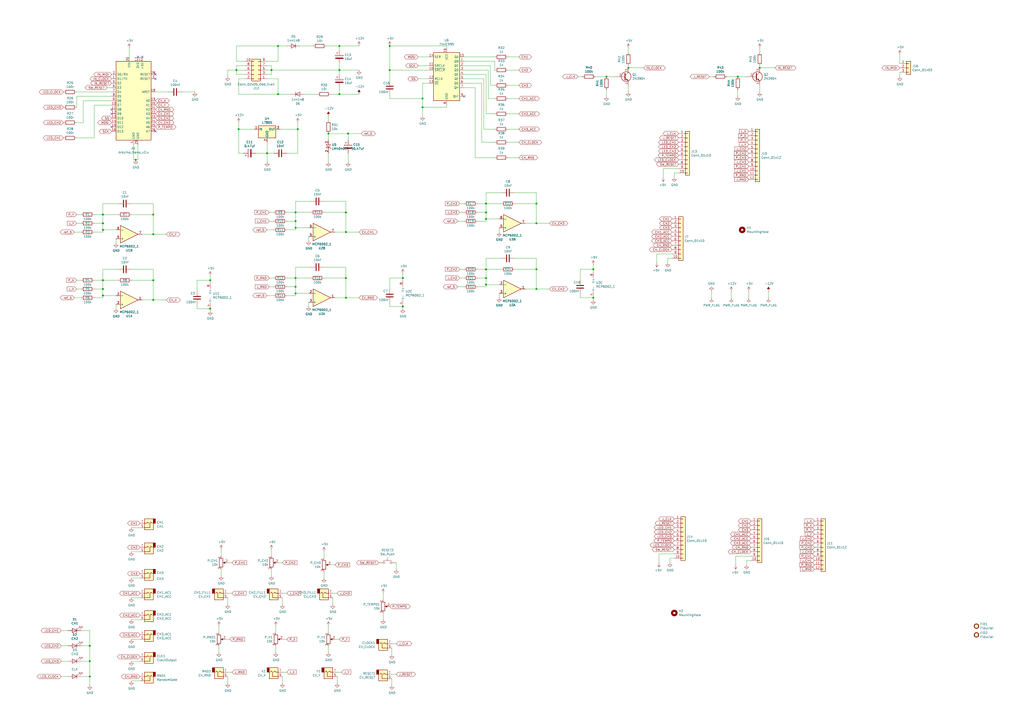
<source format=kicad_sch>
(kicad_sch (version 20211123) (generator eeschema)
  (paper "A2")
  (title_block (title "NanoGris made from Mutable Instruments Grids") (date "2020-03-28") (rev "0.41"))
  (junction (at 245.11 57.15))
  (junction (at 226.06 26.67))
  (junction (at 196.85 26.67))
  (junction (at 200.66 172.72))
  (junction (at 281.94 123.19))
  (junction (at 311.15 167.64))
  (junction (at 281.94 156.21))
  (junction (at 171.45 170.18))
  (junction (at 281.94 118.11))
  (junction (at 245.11 62.23))
  (junction (at 88.9 162.56))
  (junction (at 190.5 77.47))
  (junction (at 88.9 173.99))
  (junction (at 121.92 162.56))
  (junction (at 161.29 26.67))
  (junction (at 59.69 167.64))
  (junction (at 200.66 134.62))
  (junction (at 364.49 39.37))
  (junction (at 171.45 132.08))
  (junction (at 311.15 129.54))
  (junction (at 59.69 162.56))
  (junction (at 157.48 40.64))
  (junction (at 233.68 161.29))
  (junction (at 351.79 44.45))
  (junction (at 171.45 128.27))
  (junction (at 344.17 156.21))
  (junction (at 281.94 127))
  (junction (at 52.07 383.54))
  (junction (at 78.74 92.71))
  (junction (at 311.15 118.11))
  (junction (at 440.69 39.37))
  (junction (at 200.66 161.29))
  (junction (at 281.94 165.1))
  (junction (at 137.16 40.64))
  (junction (at 201.93 77.47))
  (junction (at 171.45 123.19))
  (junction (at 226.06 40.64))
  (junction (at 52.07 374.65))
  (junction (at 200.66 123.19))
  (junction (at 88.9 124.46))
  (junction (at 59.69 171.45))
  (junction (at 161.29 54.61))
  (junction (at 427.99 44.45))
  (junction (at 52.07 392.43))
  (junction (at 154.94 88.9))
  (junction (at 233.68 177.8))
  (junction (at 196.85 40.64))
  (junction (at 196.85 54.61))
  (junction (at 59.69 133.35))
  (junction (at 138.43 74.93))
  (junction (at 281.94 161.29))
  (junction (at 88.9 135.89))
  (junction (at 171.45 166.37))
  (junction (at 121.92 179.07))
  (junction (at 344.17 172.72))
  (junction (at 59.69 124.46))
  (junction (at 59.69 129.54))
  (junction (at 311.15 156.21))
  (junction (at 171.45 161.29))
  (junction (at 172.72 74.93))
  (no_connect (at 90.17 43.18))
  (no_connect (at 64.77 66.04))
  (no_connect (at 64.77 73.66))
  (no_connect (at 90.17 45.72))
  (no_connect (at 90.17 76.2))
  (no_connect (at 82.55 33.02))
  (no_connect (at 269.24 55.88))
  (no_connect (at 64.77 63.5))
  (no_connect (at 80.01 33.02))
  (wire (pts (xy 121.92 162.56) (xy 114.3 162.56)))
  (wire (pts (xy 344.17 156.21) (xy 344.17 157.48)))
  (wire (pts (xy 248.92 33.02) (xy 242.57 33.02)))
  (wire (pts (xy 222.25 355.6) (xy 222.25 359.41)))
  (wire (pts (xy 46.99 172.72) (xy 43.18 172.72)))
  (wire (pts (xy 54.61 162.56) (xy 59.69 162.56)))
  (wire (pts (xy 190.5 77.47) (xy 201.93 77.47)))
  (wire (pts (xy 294.64 57.15) (xy 300.99 57.15)))
  (wire (pts (xy 163.83 392.43) (xy 163.83 396.24)))
  (wire (pts (xy 281.94 118.11) (xy 281.94 111.76)))
  (wire (pts (xy 88.9 135.89) (xy 82.55 135.89)))
  (wire (pts (xy 281.94 123.19) (xy 281.94 127)))
  (wire (pts (xy 137.16 43.18) (xy 142.24 43.18)))
  (wire (pts (xy 137.16 40.64) (xy 142.24 40.64)))
  (wire (pts (xy 59.69 172.72) (xy 54.61 172.72)))
  (wire (pts (xy 294.64 91.44) (xy 300.99 91.44)))
  (wire (pts (xy 196.85 54.61) (xy 208.28 54.61)))
  (wire (pts (xy 127 367.03) (xy 127 363.22)))
  (wire (pts (xy 344.17 172.72) (xy 336.55 172.72)))
  (wire (pts (xy 248.92 48.26) (xy 245.11 48.26)))
  (wire (pts (xy 67.31 179.07) (xy 67.31 176.53)))
  (wire (pts (xy 298.45 149.86) (xy 311.15 149.86)))
  (wire (pts (xy 158.75 133.35) (xy 154.94 133.35)))
  (wire (pts (xy 59.69 167.64) (xy 59.69 171.45)))
  (wire (pts (xy 46.99 162.56) (xy 44.45 162.56)))
  (wire (pts (xy 281.94 149.86) (xy 290.83 149.86)))
  (wire (pts (xy 190.5 67.31) (xy 190.5 69.85)))
  (wire (pts (xy 279.4 82.55) (xy 279.4 48.26)))
  (wire (pts (xy 280.67 45.72) (xy 280.67 74.93)))
  (wire (pts (xy 138.43 74.93) (xy 138.43 71.12)))
  (wire (pts (xy 344.17 156.21) (xy 336.55 156.21)))
  (wire (pts (xy 427.99 52.07) (xy 427.99 55.88)))
  (wire (pts (xy 226.06 57.15) (xy 226.06 54.61)))
  (wire (pts (xy 157.48 38.1) (xy 157.48 40.64)))
  (wire (pts (xy 259.08 62.23) (xy 259.08 60.96)))
  (wire (pts (xy 48.26 71.12) (xy 44.45 71.12)))
  (wire (pts (xy 191.77 327.66) (xy 194.31 327.66)))
  (wire (pts (xy 171.45 132.08) (xy 179.07 132.08)))
  (wire (pts (xy 287.02 66.04) (xy 281.94 66.04)))
  (wire (pts (xy 132.08 326.39) (xy 134.62 326.39)))
  (wire (pts (xy 46.99 167.64) (xy 44.45 167.64)))
  (wire (pts (xy 426.72 327.66) (xy 426.72 322.58)))
  (wire (pts (xy 351.79 52.07) (xy 351.79 55.88)))
  (wire (pts (xy 160.02 374.65) (xy 160.02 378.46)))
  (wire (pts (xy 154.94 40.64) (xy 157.48 40.64)))
  (wire (pts (xy 294.64 33.02) (xy 300.99 33.02)))
  (wire (pts (xy 171.45 128.27) (xy 166.37 128.27)))
  (wire (pts (xy 226.06 26.67) (xy 259.08 26.67)))
  (wire (pts (xy 172.72 88.9) (xy 172.72 74.93)))
  (wire (pts (xy 184.15 54.61) (xy 176.53 54.61)))
  (wire (pts (xy 62.23 50.8) (xy 64.77 50.8)))
  (wire (pts (xy 171.45 161.29) (xy 180.34 161.29)))
  (wire (pts (xy 421.64 44.45) (xy 427.99 44.45)))
  (wire (pts (xy 189.23 26.67) (xy 196.85 26.67)))
  (wire (pts (xy 276.86 118.11) (xy 281.94 118.11)))
  (wire (pts (xy 269.24 128.27) (xy 265.43 128.27)))
  (wire (pts (xy 269.24 161.29) (xy 266.7 161.29)))
  (wire (pts (xy 161.29 35.56) (xy 154.94 35.56)))
  (wire (pts (xy 157.48 40.64) (xy 196.85 40.64)))
  (wire (pts (xy 424.18 172.72) (xy 424.18 168.91)))
  (wire (pts (xy 287.02 49.53) (xy 284.48 49.53)))
  (wire (pts (xy 289.56 172.72) (xy 289.56 170.18)))
  (wire (pts (xy 154.94 45.72) (xy 161.29 45.72)))
  (wire (pts (xy 35.56 374.65) (xy 39.37 374.65)))
  (wire (pts (xy 337.82 44.45) (xy 335.28 44.45)))
  (wire (pts (xy 81.28 370.84) (xy 76.2 370.84)))
  (wire (pts (xy 311.15 129.54) (xy 304.8 129.54)))
  (wire (pts (xy 121.92 180.34) (xy 121.92 179.07)))
  (wire (pts (xy 46.99 374.65) (xy 52.07 374.65)))
  (wire (pts (xy 196.85 26.67) (xy 196.85 29.21)))
  (wire (pts (xy 128.27 322.58) (xy 128.27 318.77)))
  (wire (pts (xy 226.06 40.64) (xy 226.06 26.67)))
  (wire (pts (xy 311.15 167.64) (xy 318.77 167.64)))
  (wire (pts (xy 171.45 171.45) (xy 166.37 171.45)))
  (wire (pts (xy 245.11 62.23) (xy 259.08 62.23)))
  (wire (pts (xy 384.81 97.79) (xy 393.7 97.79)))
  (wire (pts (xy 433.07 44.45) (xy 427.99 44.45)))
  (wire (pts (xy 196.85 40.64) (xy 196.85 43.18)))
  (wire (pts (xy 393.7 100.33) (xy 391.16 100.33)))
  (wire (pts (xy 132.08 392.43) (xy 132.08 396.24)))
  (wire (pts (xy 391.16 100.33) (xy 391.16 102.87)))
  (wire (pts (xy 81.28 383.54) (xy 76.2 383.54)))
  (wire (pts (xy 281.94 165.1) (xy 289.56 165.1)))
  (wire (pts (xy 269.24 166.37) (xy 265.43 166.37)))
  (wire (pts (xy 137.16 26.67) (xy 161.29 26.67)))
  (wire (pts (xy 233.68 161.29) (xy 226.06 161.29)))
  (wire (pts (xy 269.24 43.18) (xy 281.94 43.18)))
  (wire (pts (xy 154.94 88.9) (xy 154.94 93.98)))
  (wire (pts (xy 311.15 167.64) (xy 304.8 167.64)))
  (wire (pts (xy 434.34 168.91) (xy 434.34 172.72)))
  (wire (pts (xy 138.43 54.61) (xy 138.43 45.72)))
  (wire (pts (xy 154.94 88.9) (xy 158.75 88.9)))
  (wire (pts (xy 521.97 31.75) (xy 521.97 36.83)))
  (wire (pts (xy 245.11 62.23) (xy 245.11 67.31)))
  (wire (pts (xy 46.99 365.76) (xy 52.07 365.76)))
  (wire (pts (xy 46.99 383.54) (xy 52.07 383.54)))
  (wire (pts (xy 81.28 320.04) (xy 76.2 320.04)))
  (wire (pts (xy 269.24 35.56) (xy 287.02 35.56)))
  (wire (pts (xy 248.92 40.64) (xy 226.06 40.64)))
  (wire (pts (xy 269.24 40.64) (xy 283.21 40.64)))
  (wire (pts (xy 311.15 129.54) (xy 318.77 129.54)))
  (wire (pts (xy 311.15 111.76) (xy 311.15 118.11)))
  (wire (pts (xy 132.08 40.64) (xy 137.16 40.64)))
  (wire (pts (xy 137.16 38.1) (xy 142.24 38.1)))
  (wire (pts (xy 200.66 161.29) (xy 200.66 172.72)))
  (wire (pts (xy 227.33 373.38) (xy 229.87 373.38)))
  (wire (pts (xy 46.99 129.54) (xy 44.45 129.54)))
  (wire (pts (xy 35.56 392.43) (xy 39.37 392.43)))
  (wire (pts (xy 289.56 134.62) (xy 289.56 132.08)))
  (wire (pts (xy 171.45 133.35) (xy 166.37 133.35)))
  (wire (pts (xy 233.68 177.8) (xy 226.06 177.8)))
  (wire (pts (xy 171.45 166.37) (xy 166.37 166.37)))
  (wire (pts (xy 77.47 83.82) (xy 77.47 92.71)))
  (wire (pts (xy 44.45 62.23) (xy 44.45 55.88)))
  (wire (pts (xy 46.99 124.46) (xy 44.45 124.46)))
  (wire (pts (xy 200.66 172.72) (xy 194.31 172.72)))
  (wire (pts (xy 81.28 306.07) (xy 76.2 306.07)))
  (wire (pts (xy 54.61 60.96) (xy 64.77 60.96)))
  (wire (pts (xy 171.45 166.37) (xy 171.45 170.18)))
  (wire (pts (xy 281.94 161.29) (xy 276.86 161.29)))
  (wire (pts (xy 364.49 30.48) (xy 364.49 27.94)))
  (wire (pts (xy 171.45 123.19) (xy 171.45 116.84)))
  (wire (pts (xy 283.21 57.15) (xy 287.02 57.15)))
  (wire (pts (xy 59.69 118.11) (xy 68.58 118.11)))
  (wire (pts (xy 187.96 161.29) (xy 200.66 161.29)))
  (wire (pts (xy 284.48 38.1) (xy 284.48 49.53)))
  (wire (pts (xy 114.3 179.07) (xy 114.3 176.53)))
  (wire (pts (xy 163.83 370.84) (xy 166.37 370.84)))
  (wire (pts (xy 227.33 391.16) (xy 229.87 391.16)))
  (wire (pts (xy 414.02 44.45) (xy 411.48 44.45)))
  (wire (pts (xy 336.55 172.72) (xy 336.55 170.18)))
  (wire (pts (xy 226.06 177.8) (xy 226.06 175.26)))
  (wire (pts (xy 157.48 322.58) (xy 157.48 318.77)))
  (wire (pts (xy 105.41 53.34) (xy 113.03 53.34)))
  (wire (pts (xy 90.17 53.34) (xy 97.79 53.34)))
  (wire (pts (xy 59.69 134.62) (xy 59.69 133.35)))
  (wire (pts (xy 161.29 54.61) (xy 138.43 54.61)))
  (wire (pts (xy 391.16 323.85) (xy 388.62 323.85)))
  (wire (pts (xy 269.24 118.11) (xy 266.7 118.11)))
  (wire (pts (xy 193.04 346.71) (xy 193.04 350.52)))
  (wire (pts (xy 281.94 156.21) (xy 290.83 156.21)))
  (wire (pts (xy 158.75 128.27) (xy 156.21 128.27)))
  (wire (pts (xy 294.64 49.53) (xy 300.99 49.53)))
  (wire (pts (xy 121.92 160.02) (xy 121.92 162.56)))
  (wire (pts (xy 88.9 124.46) (xy 88.9 135.89)))
  (wire (pts (xy 67.31 140.97) (xy 67.31 138.43)))
  (wire (pts (xy 52.07 374.65) (xy 52.07 383.54)))
  (wire (pts (xy 276.86 156.21) (xy 281.94 156.21)))
  (wire (pts (xy 114.3 162.56) (xy 114.3 168.91)))
  (wire (pts (xy 59.69 124.46) (xy 68.58 124.46)))
  (wire (pts (xy 200.66 116.84) (xy 200.66 123.19)))
  (wire (pts (xy 336.55 156.21) (xy 336.55 162.56)))
  (wire (pts (xy 196.85 36.83) (xy 196.85 40.64)))
  (wire (pts (xy 52.07 392.43) (xy 52.07 383.54)))
  (wire (pts (xy 163.83 389.89) (xy 166.37 389.89)))
  (wire (pts (xy 229.87 326.39) (xy 229.87 330.2)))
  (wire (pts (xy 201.93 88.9) (xy 201.93 93.98)))
  (wire (pts (xy 44.45 80.01) (xy 54.61 80.01)))
  (wire (pts (xy 161.29 26.67) (xy 166.37 26.67)))
  (wire (pts (xy 59.69 156.21) (xy 68.58 156.21)))
  (wire (pts (xy 287.02 35.56) (xy 287.02 40.64)))
  (wire (pts (xy 311.15 156.21) (xy 311.15 167.64)))
  (wire (pts (xy 196.85 40.64) (xy 208.28 40.64)))
  (wire (pts (xy 384.81 102.87) (xy 384.81 97.79)))
  (wire (pts (xy 166.37 123.19) (xy 171.45 123.19)))
  (wire (pts (xy 195.58 389.89) (xy 198.12 389.89)))
  (wire (pts (xy 59.69 124.46) (xy 59.69 118.11)))
  (wire (pts (xy 128.27 330.2) (xy 128.27 334.01)))
  (wire (pts (xy 440.69 39.37) (xy 449.58 39.37)))
  (wire (pts (xy 132.08 346.71) (xy 132.08 350.52)))
  (wire (pts (xy 426.72 322.58) (xy 435.61 322.58)))
  (wire (pts (xy 440.69 30.48) (xy 440.69 27.94)))
  (wire (pts (xy 157.48 43.18) (xy 154.94 43.18)))
  (wire (pts (xy 171.45 161.29) (xy 171.45 154.94)))
  (wire (pts (xy 435.61 325.12) (xy 433.07 325.12)))
  (wire (pts (xy 269.24 33.02) (xy 287.02 33.02)))
  (wire (pts (xy 281.94 127) (xy 289.56 127)))
  (wire (pts (xy 161.29 326.39) (xy 163.83 326.39)))
  (wire (pts (xy 269.24 123.19) (xy 266.7 123.19)))
  (wire (pts (xy 160.02 367.03) (xy 160.02 363.22)))
  (wire (pts (xy 138.43 88.9) (xy 140.97 88.9)))
  (wire (pts (xy 88.9 173.99) (xy 96.52 173.99)))
  (wire (pts (xy 196.85 54.61) (xy 191.77 54.61)))
  (wire (pts (xy 59.69 133.35) (xy 67.31 133.35)))
  (wire (pts (xy 88.9 173.99) (xy 82.55 173.99)))
  (wire (pts (xy 187.96 323.85) (xy 187.96 320.04)))
  (wire (pts (xy 77.47 92.71) (xy 78.74 92.71)))
  (wire (pts (xy 130.81 370.84) (xy 133.35 370.84)))
  (wire (pts (xy 381 152.4) (xy 381 147.32)))
  (wire (pts (xy 54.61 124.46) (xy 59.69 124.46)))
  (wire (pts (xy 445.77 172.72) (xy 445.77 168.91)))
  (wire (pts (xy 187.96 116.84) (xy 200.66 116.84)))
  (wire (pts (xy 48.26 58.42) (xy 64.77 58.42)))
  (wire (pts (xy 74.93 33.02) (xy 74.93 27.94)))
  (wire (pts (xy 298.45 111.76) (xy 311.15 111.76)))
  (wire (pts (xy 168.91 54.61) (xy 161.29 54.61)))
  (wire (pts (xy 226.06 161.29) (xy 226.06 167.64)))
  (wire (pts (xy 48.26 58.42) (xy 48.26 71.12)))
  (wire (pts (xy 200.66 134.62) (xy 194.31 134.62)))
  (wire (pts (xy 345.44 44.45) (xy 351.79 44.45)))
  (wire (pts (xy 171.45 171.45) (xy 171.45 170.18)))
  (wire (pts (xy 166.37 88.9) (xy 172.72 88.9)))
  (wire (pts (xy 154.94 38.1) (xy 157.48 38.1)))
  (wire (pts (xy 88.9 118.11) (xy 88.9 124.46)))
  (wire (pts (xy 521.97 41.91) (xy 521.97 44.45)))
  (wire (pts (xy 158.75 123.19) (xy 156.21 123.19)))
  (wire (pts (xy 440.69 49.53) (xy 440.69 53.34)))
  (wire (pts (xy 190.5 88.9) (xy 190.5 93.98)))
  (wire (pts (xy 201.93 77.47) (xy 209.55 77.47)))
  (wire (pts (xy 171.45 123.19) (xy 171.45 128.27)))
  (wire (pts (xy 171.45 128.27) (xy 171.45 132.08)))
  (wire (pts (xy 233.68 161.29) (xy 233.68 162.56)))
  (wire (pts (xy 269.24 38.1) (xy 284.48 38.1)))
  (wire (pts (xy 275.59 91.44) (xy 287.02 91.44)))
  (wire (pts (xy 44.45 55.88) (xy 64.77 55.88)))
  (wire (pts (xy 190.5 367.03) (xy 190.5 363.22)))
  (wire (pts (xy 269.24 45.72) (xy 280.67 45.72)))
  (wire (pts (xy 81.28 346.71) (xy 76.2 346.71)))
  (wire (pts (xy 245.11 57.15) (xy 245.11 62.23)))
  (wire (pts (xy 382.27 321.31) (xy 391.16 321.31)))
  (wire (pts (xy 364.49 49.53) (xy 364.49 53.34)))
  (wire (pts (xy 137.16 35.56) (xy 137.16 26.67)))
  (wire (pts (xy 364.49 39.37) (xy 373.38 39.37)))
  (wire (pts (xy 46.99 392.43) (xy 52.07 392.43)))
  (wire (pts (xy 78.74 92.71) (xy 80.01 92.71)))
  (wire (pts (xy 46.99 134.62) (xy 43.18 134.62)))
  (wire (pts (xy 200.66 172.72) (xy 208.28 172.72)))
  (wire (pts (xy 80.01 92.71) (xy 80.01 83.82)))
  (wire (pts (xy 281.94 128.27) (xy 276.86 128.27)))
  (wire (pts (xy 356.87 44.45) (xy 351.79 44.45)))
  (wire (pts (xy 281.94 118.11) (xy 281.94 123.19)))
  (wire (pts (xy 226.06 40.64) (xy 226.06 46.99)))
  (wire (pts (xy 76.2 118.11) (xy 88.9 118.11)))
  (wire (pts (xy 76.2 162.56) (xy 88.9 162.56)))
  (wire (pts (xy 440.69 39.37) (xy 440.69 38.1)))
  (wire (pts (xy 200.66 134.62) (xy 208.28 134.62)))
  (wire (pts (xy 281.94 111.76) (xy 290.83 111.76)))
  (wire (pts (xy 269.24 48.26) (xy 279.4 48.26)))
  (wire (pts (xy 275.59 50.8) (xy 275.59 91.44)))
  (wire (pts (xy 59.69 172.72) (xy 59.69 171.45)))
  (wire (pts (xy 195.58 392.43) (xy 195.58 396.24)))
  (wire (pts (xy 281.94 156.21) (xy 281.94 161.29)))
  (wire (pts (xy 59.69 124.46) (xy 59.69 129.54)))
  (wire (pts (xy 157.48 330.2) (xy 157.48 334.01)))
  (wire (pts (xy 59.69 162.56) (xy 68.58 162.56)))
  (wire (pts (xy 127 374.65) (xy 127 378.46)))
  (wire (pts (xy 154.94 88.9) (xy 148.59 88.9)))
  (wire (pts (xy 269.24 50.8) (xy 275.59 50.8)))
  (wire (pts (xy 389.89 149.86) (xy 387.35 149.86)))
  (wire (pts (xy 59.69 167.64) (xy 54.61 167.64)))
  (wire (pts (xy 158.75 171.45) (xy 154.94 171.45)))
  (wire (pts (xy 88.9 162.56) (xy 88.9 173.99)))
  (wire (pts (xy 298.45 156.21) (xy 311.15 156.21)))
  (wire (pts (xy 233.68 158.75) (xy 233.68 161.29)))
  (wire (pts (xy 281.94 156.21) (xy 281.94 149.86)))
  (wire (pts (xy 200.66 154.94) (xy 200.66 161.29)))
  (wire (pts (xy 171.45 161.29) (xy 171.45 166.37)))
  (wire (pts (xy 294.64 40.64) (xy 300.99 40.64)))
  (wire (pts (xy 381 147.32) (xy 389.89 147.32)))
  (wire (pts (xy 59.69 162.56) (xy 59.69 167.64)))
  (wire (pts (xy 121.92 162.56) (xy 121.92 163.83)))
  (wire (pts (xy 59.69 129.54) (xy 59.69 133.35)))
  (wire (pts (xy 161.29 26.67) (xy 161.29 35.56)))
  (wire (pts (xy 194.31 370.84) (xy 196.85 370.84)))
  (wire (pts (xy 59.69 134.62) (xy 54.61 134.62)))
  (wire (pts (xy 157.48 40.64) (xy 157.48 43.18)))
  (wire (pts (xy 171.45 170.18) (xy 179.07 170.18)))
  (wire (pts (xy 137.16 40.64) (xy 137.16 43.18)))
  (wire (pts (xy 248.92 45.72) (xy 242.57 45.72)))
  (wire (pts (xy 227.33 393.7) (xy 227.33 397.51)))
  (wire (pts (xy 132.08 389.89) (xy 134.62 389.89)))
  (wire (pts (xy 81.28 394.97) (xy 76.2 394.97)))
  (wire (pts (xy 259.08 26.67) (xy 259.08 27.94)))
  (wire (pts (xy 281.94 161.29) (xy 281.94 165.1)))
  (wire (pts (xy 222.25 347.98) (xy 222.25 344.17)))
  (wire (pts (xy 81.28 359.41) (xy 76.2 359.41)))
  (wire (pts (xy 364.49 39.37) (xy 364.49 38.1)))
  (wire (pts (xy 171.45 116.84) (xy 180.34 116.84)))
  (wire (pts (xy 233.68 179.07) (xy 233.68 177.8)))
  (wire (pts (xy 166.37 161.29) (xy 171.45 161.29)))
  (wire (pts (xy 294.64 82.55) (xy 300.99 82.55)))
  (wire (pts (xy 138.43 74.93) (xy 138.43 88.9)))
  (wire (pts (xy 137.16 38.1) (xy 137.16 40.64)))
  (wire (pts (xy 59.69 162.56) (xy 59.69 156.21)))
  (wire (pts (xy 245.11 48.26) (xy 245.11 57.15)))
  (wire (pts (xy 158.75 166.37) (xy 156.21 166.37)))
  (wire (pts (xy 200.66 123.19) (xy 200.66 134.62)))
  (wire (pts (xy 190.5 374.65) (xy 190.5 378.46)))
  (wire (pts (xy 281.94 128.27) (xy 281.94 127)))
  (wire (pts (xy 344.17 153.67) (xy 344.17 156.21)))
  (wire (pts (xy 81.28 335.28) (xy 76.2 335.28)))
  (wire (pts (xy 138.43 74.93) (xy 147.32 74.93)))
  (wire (pts (xy 161.29 45.72) (xy 161.29 54.61)))
  (wire (pts (xy 226.06 57.15) (xy 245.11 57.15)))
  (wire (pts (xy 35.56 365.76) (xy 39.37 365.76)))
  (wire (pts (xy 281.94 166.37) (xy 276.86 166.37)))
  (wire (pts (xy 132.08 40.64) (xy 132.08 44.45)))
  (wire (pts (xy 158.75 161.29) (xy 156.21 161.29)))
  (wire (pts (xy 248.92 38.1) (xy 242.57 38.1)))
  (wire (pts (xy 298.45 118.11) (xy 311.15 118.11)))
  (wire (pts (xy 54.61 80.01) (xy 54.61 60.96)))
  (wire (pts (xy 281.94 123.19) (xy 276.86 123.19)))
  (wire (pts (xy 283.21 40.64) (xy 283.21 57.15)))
  (wire (pts (xy 171.45 133.35) (xy 171.45 132.08)))
  (wire (pts (xy 163.83 344.17) (xy 166.37 344.17)))
  (wire (pts (xy 388.62 323.85) (xy 388.62 326.39)))
  (wire (pts (xy 269.24 156.21) (xy 266.7 156.21)))
  (wire (pts (xy 387.35 149.86) (xy 387.35 152.4)))
  (wire (pts (xy 171.45 123.19) (xy 180.34 123.19)))
  (wire (pts (xy 76.2 124.46) (xy 88.9 124.46)))
  (wire (pts (xy 187.96 331.47) (xy 187.96 335.28)))
  (wire (pts (xy 344.17 173.99) (xy 344.17 172.72)))
  (wire (pts (xy 137.16 35.56) (xy 142.24 35.56)))
  (wire (pts (xy 154.94 82.55) (xy 154.94 88.9)))
  (wire (pts (xy 35.56 383.54) (xy 39.37 383.54)))
  (wire (pts (xy 138.43 45.72) (xy 142.24 45.72)))
  (wire (pts (xy 196.85 54.61) (xy 196.85 50.8)))
  (wire (pts (xy 187.96 123.19) (xy 200.66 123.19)))
  (wire (pts (xy 59.69 171.45) (xy 67.31 171.45)))
  (wire (pts (xy 311.15 118.11) (xy 311.15 129.54)))
  (wire (pts (xy 76.2 156.21) (xy 88.9 156.21)))
  (wire (pts (xy 190.5 81.28) (xy 190.5 77.47)))
  (wire (pts (xy 281.94 166.37) (xy 281.94 165.1)))
  (wire (pts (xy 196.85 26.67) (xy 208.28 26.67)))
  (wire (pts (xy 279.4 82.55) (xy 287.02 82.55)))
  (wire (pts (xy 52.07 392.43) (xy 52.07 397.51)))
  (wire (pts (xy 294.64 74.93) (xy 300.99 74.93)))
  (wire (pts (xy 281.94 43.18) (xy 281.94 66.04)))
  (wire (pts (xy 172.72 74.93) (xy 172.72 71.12)))
  (wire (pts (xy 163.83 346.71) (xy 163.83 350.52)))
  (wire (pts (xy 412.75 168.91) (xy 412.75 172.72)))
  (wire (pts (xy 433.07 325.12) (xy 433.07 327.66)))
  (wire (pts (xy 187.96 154.94) (xy 200.66 154.94)))
  (wire (pts (xy 227.33 375.92) (xy 227.33 379.73)))
  (wire (pts (xy 171.45 154.94) (xy 180.34 154.94)))
  (wire (pts (xy 59.69 129.54) (xy 54.61 129.54)))
  (wire (pts (xy 44.45 53.34) (xy 64.77 53.34)))
  (wire (pts (xy 201.93 77.47) (xy 201.93 81.28)))
  (wire (pts (xy 281.94 118.11) (xy 290.83 118.11)))
  (wire (pts (xy 193.04 344.17) (xy 195.58 344.17)))
  (wire (pts (xy 311.15 149.86) (xy 311.15 156.21)))
  (wire (pts (xy 294.64 66.04) (xy 300.99 66.04)))
  (wire (pts (xy 179.07 177.8) (xy 179.07 175.26)))
  (wire (pts (xy 52.07 365.76) (xy 52.07 374.65)))
  (wire (pts (xy 287.02 74.93) (xy 280.67 74.93)))
  (wire (pts (xy 88.9 156.21) (xy 88.9 162.56)))
  (wire (pts (xy 88.9 135.89) (xy 96.52 135.89)))
  (wire (pts (xy 121.92 179.07) (xy 114.3 179.07)))
  (wire (pts (xy 179.07 139.7) (xy 179.07 137.16)))
  (wire (pts (xy 172.72 74.93) (xy 162.56 74.93)))
  (wire (pts (xy 173.99 26.67) (xy 181.61 26.67)))
  (wire (pts (xy 382.27 326.39) (xy 382.27 321.31)))
  (wire (pts (xy 132.08 344.17) (xy 134.62 344.17)))
  (global_label "J_CH2" (shape input) (at 472.44 312.42 180) (property "Intersheet References" "${INTERSHEET_REFS}" (effects hide)))
  (global_label "IN_CLOCK" (shape bidirectional) (at 373.38 39.37 0) (property "Intersheet References" "${INTERSHEET_REFS}" (effects hide)))
  (global_label "IN_MIDI" (shape bidirectional) (at 521.97 39.37 180) (property "Intersheet References" "${INTERSHEET_REFS}" (effects hide)))
  (global_label "CV_X" (shape bidirectional) (at 90.17 58.42 0) (property "Intersheet References" "${INTERSHEET_REFS}" (effects hide)))
  (global_label "CV_CH3" (shape bidirectional) (at 318.77 129.54 0) (property "Intersheet References" "${INTERSHEET_REFS}" (effects hide)))
  (global_label "CV_Y" (shape bidirectional) (at 90.17 60.96 0) (property "Intersheet References" "${INTERSHEET_REFS}" (effects hide)))
  (global_label "J_Y" (shape input) (at 434.34 83.82 180) (property "Intersheet References" "${INTERSHEET_REFS}" (effects hide)))
  (global_label "J_CH2" (shape input) (at 166.37 344.17 0) (property "Intersheet References" "${INTERSHEET_REFS}" (effects hide)))
  (global_label "CH1_ACC" (shape bidirectional) (at 81.28 344.17 180) (property "Intersheet References" "${INTERSHEET_REFS}" (effects hide)))
  (global_label "LED_CH2" (shape bidirectional) (at 35.56 374.65 180) (property "Intersheet References" "${INTERSHEET_REFS}" (effects hide)))
  (global_label "J_CH3" (shape input) (at 266.7 123.19 180) (property "Intersheet References" "${INTERSHEET_REFS}" (effects hide)))
  (global_label "CH3_ACC" (shape bidirectional) (at 435.61 314.96 180) (property "Intersheet References" "${INTERSHEET_REFS}" (effects hide)))
  (global_label "CH1_ACC" (shape bidirectional) (at 435.61 309.88 180) (property "Intersheet References" "${INTERSHEET_REFS}" (effects hide)))
  (global_label "J_RESET" (shape bidirectional) (at 411.48 44.45 180) (property "Intersheet References" "${INTERSHEET_REFS}" (effects hide)))
  (global_label "P_TEMPO" (shape bidirectional) (at 90.17 73.66 0) (property "Intersheet References" "${INTERSHEET_REFS}" (effects hide)))
  (global_label "CH3_ACC" (shape bidirectional) (at 389.89 139.7 180) (property "Intersheet References" "${INTERSHEET_REFS}" (effects hide)))
  (global_label "CH2" (shape bidirectional) (at 389.89 129.54 180) (property "Intersheet References" "${INTERSHEET_REFS}" (effects hide)))
  (global_label "J_X" (shape input) (at 44.45 167.64 180) (property "Intersheet References" "${INTERSHEET_REFS}" (effects hide)))
  (global_label "P_RND" (shape input) (at 472.44 327.66 180) (property "Intersheet References" "${INTERSHEET_REFS}" (effects hide)))
  (global_label "ref_5" (shape bidirectional) (at 154.94 133.35 180) (property "Intersheet References" "${INTERSHEET_REFS}" (effects hide)))
  (global_label "J_Y" (shape input) (at 198.12 389.89 0) (property "Intersheet References" "${INTERSHEET_REFS}" (effects hide)))
  (global_label "CH3_ACC" (shape bidirectional) (at 81.28 368.3 180) (property "Intersheet References" "${INTERSHEET_REFS}" (effects hide)))
  (global_label "LED_CH1" (shape bidirectional) (at 393.7 82.55 180) (property "Intersheet References" "${INTERSHEET_REFS}" (effects hide)))
  (global_label "J_RESET" (shape bidirectional) (at 391.16 303.53 180) (property "Intersheet References" "${INTERSHEET_REFS}" (effects hide)))
  (global_label "P_CH1" (shape input) (at 156.21 123.19 180) (property "Intersheet References" "${INTERSHEET_REFS}" (effects hide)))
  (global_label "J_RND" (shape input) (at 134.62 389.89 0) (property "Intersheet References" "${INTERSHEET_REFS}" (effects hide)))
  (global_label "P_X" (shape input) (at 166.37 370.84 0) (property "Intersheet References" "${INTERSHEET_REFS}" (effects hide)))
  (global_label "CV_CH1" (shape bidirectional) (at 90.17 66.04 0) (property "Intersheet References" "${INTERSHEET_REFS}" (effects hide)))
  (global_label "LED_CH3" (shape bidirectional) (at 35.56 383.54 180) (property "Intersheet References" "${INTERSHEET_REFS}" (effects hide)))
  (global_label "CV_CH2" (shape bidirectional) (at 90.17 68.58 0) (property "Intersheet References" "${INTERSHEET_REFS}" (effects hide)))
  (global_label "LED_CH2" (shape bidirectional) (at 393.7 85.09 180) (property "Intersheet References" "${INTERSHEET_REFS}" (effects hide)))
  (global_label "ref_5" (shape bidirectional) (at 265.43 166.37 180) (property "Intersheet References" "${INTERSHEET_REFS}" (effects hide)))
  (global_label "J_CH3" (shape input) (at 434.34 93.98 180) (property "Intersheet References" "${INTERSHEET_REFS}" (effects hide)))
  (global_label "LED_CLOCK" (shape bidirectional) (at 35.56 392.43 180) (property "Intersheet References" "${INTERSHEET_REFS}" (effects hide)))
  (global_label "J_CLK" (shape bidirectional) (at 393.7 77.47 180) (property "Intersheet References" "${INTERSHEET_REFS}" (effects hide)))
  (global_label "J_RND" (shape input) (at 156.21 166.37 180) (property "Intersheet References" "${INTERSHEET_REFS}" (effects hide)))
  (global_label "CH3" (shape bidirectional) (at 435.61 307.34 180) (property "Intersheet References" "${INTERSHEET_REFS}" (effects hide)))
  (global_label "SCK" (shape bidirectional) (at 242.57 38.1 180) (property "Intersheet References" "${INTERSHEET_REFS}" (effects hide)))
  (global_label "CH1" (shape bidirectional) (at 300.99 33.02 0) (property "Intersheet References" "${INTERSHEET_REFS}" (effects hide)))
  (global_label "CV_RND" (shape bidirectional) (at 90.17 63.5 0) (property "Intersheet References" "${INTERSHEET_REFS}" (effects hide)))
  (global_label "J_X" (shape input) (at 472.44 302.26 180) (property "Intersheet References" "${INTERSHEET_REFS}" (effects hide)))
  (global_label "CH1" (shape bidirectional) (at 435.61 302.26 180) (property "Intersheet References" "${INTERSHEET_REFS}" (effects hide)))
  (global_label "CH_RND" (shape bidirectional) (at 300.99 91.44 0) (property "Intersheet References" "${INTERSHEET_REFS}" (effects hide)))
  (global_label "MOSI" (shape bidirectional) (at 242.57 33.02 180) (property "Intersheet References" "${INTERSHEET_REFS}" (effects hide)))
  (global_label "CH2_ACC" (shape bidirectional) (at 389.89 137.16 180) (property "Intersheet References" "${INTERSHEET_REFS}" (effects hide)))
  (global_label "J_RND" (shape input) (at 472.44 330.2 180) (property "Intersheet References" "${INTERSHEET_REFS}" (effects hide)))
  (global_label "LED_CH3" (shape bidirectional) (at 391.16 311.15 180) (property "Intersheet References" "${INTERSHEET_REFS}" (effects hide)))
  (global_label "P_TEMPO" (shape bidirectional) (at 391.16 313.69 180) (property "Intersheet References" "${INTERSHEET_REFS}" (effects hide)))
  (global_label "P_CH3" (shape input) (at 194.31 327.66 0) (property "Intersheet References" "${INTERSHEET_REFS}" (effects hide)))
  (global_label "J_CH2" (shape input) (at 266.7 161.29 180) (property "Intersheet References" "${INTERSHEET_REFS}" (effects hide)))
  (global_label "SS" (shape bidirectional) (at 242.57 45.72 180) (property "Intersheet References" "${INTERSHEET_REFS}" (effects hide)))
  (global_label "LED_CLOCK" (shape bidirectional) (at 393.7 92.71 180) (property "Intersheet References" "${INTERSHEET_REFS}" (effects hide)))
  (global_label "LED_CH3" (shape bidirectional) (at 393.7 87.63 180) (property "Intersheet References" "${INTERSHEET_REFS}" (effects hide)))
  (global_label "ref_5" (shape bidirectional) (at 209.55 77.47 0) (property "Intersheet References" "${INTERSHEET_REFS}" (effects hide)))
  (global_label "ref_5" (shape bidirectional) (at 43.18 172.72 180) (property "Intersheet References" "${INTERSHEET_REFS}" (effects hide)))
  (global_label "P_Y" (shape input) (at 434.34 81.28 180) (property "Intersheet References" "${INTERSHEET_REFS}" (effects hide)))
  (global_label "J_CH3" (shape input) (at 195.58 344.17 0) (property "Intersheet References" "${INTERSHEET_REFS}" (effects hide)))
  (global_label "CH2_ACC" (shape bidirectional) (at 300.99 66.04 0) (property "Intersheet References" "${INTERSHEET_REFS}" (effects hide)))
  (global_label "CH_RND" (shape bidirectional) (at 389.89 142.24 180) (property "Intersheet References" "${INTERSHEET_REFS}" (effects hide)))
  (global_label "P_CH3" (shape input) (at 434.34 91.44 180) (property "Intersheet References" "${INTERSHEET_REFS}" (effects hide)))
  (global_label "CH2_ACC" (shape bidirectional) (at 435.61 312.42 180) (property "Intersheet References" "${INTERSHEET_REFS}" (effects hide)))
  (global_label "SCK" (shape bidirectional) (at 64.77 76.2 180) (property "Intersheet References" "${INTERSHEET_REFS}" (effects hide)))
  (global_label "LED_CH1" (shape bidirectional) (at 391.16 306.07 180) (property "Intersheet References" "${INTERSHEET_REFS}" (effects hide)))
  (global_label "J_CH1" (shape input) (at 156.21 128.27 180) (property "Intersheet References" "${INTERSHEET_REFS}" (effects hide)))
  (global_label "ref_5" (shape bidirectional) (at 265.43 128.27 180) (property "Intersheet References" "${INTERSHEET_REFS}" (effects hide)))
  (global_label "CH_RND" (shape bidirectional) (at 435.61 317.5 180) (property "Intersheet References" "${INTERSHEET_REFS}" (effects hide)))
  (global_label "J_CLK" (shape bidirectional) (at 391.16 300.99 180) (property "Intersheet References" "${INTERSHEET_REFS}" (effects hide)))
  (global_label "P_RND" (shape input) (at 156.21 161.29 180) (property "Intersheet References" "${INTERSHEET_REFS}" (effects hide)))
  (global_label "LED_CLOCK" (shape bidirectional) (at 391.16 316.23 180) (property "Intersheet References" "${INTERSHEET_REFS}" (effects hide)))
  (global_label "J_X" (shape input) (at 166.37 389.89 0) (property "Intersheet References" "${INTERSHEET_REFS}" (effects hide)))
  (global_label "CV_CH1" (shape bidirectional) (at 208.28 134.62 0) (property "Intersheet References" "${INTERSHEET_REFS}" (effects hide)))
  (global_label "CH2_ACC" (shape bidirectional) (at 81.28 356.87 180) (property "Intersheet References" "${INTERSHEET_REFS}" (effects hide)))
  (global_label "P_CH1" (shape input) (at 134.62 326.39 0) (property "Intersheet References" "${INTERSHEET_REFS}" (effects hide)))
  (global_label "SW_RESET" (shape bidirectional) (at 62.23 50.8 180) (property "Intersheet References" "${INTERSHEET_REFS}" (effects hide)))
  (global_label "P_CH3" (shape input) (at 266.7 118.11 180) (property "Intersheet References" "${INTERSHEET_REFS}" (effects hide)))
  (global_label "J_Y" (shape input) (at 472.44 309.88 180) (property "Intersheet References" "${INTERSHEET_REFS}" (effects hide)))
  (global_label "CH2" (shape bidirectional) (at 435.61 304.8 180) (property "Intersheet References" "${INTERSHEET_REFS}" (effects hide)))
  (global_label "P_Y" (shape input) (at 472.44 307.34 180) (property "Intersheet References" "${INTERSHEET_REFS}" (effects hide)))
  (global_label "LED_CH2" (shape bidirectional) (at 391.16 308.61 180) (property "Intersheet References" "${INTERSHEET_REFS}" (effects hide)))
  (global_label "CH_RND" (shape bidirectional) (at 81.28 392.43 180) (property "Intersheet References" "${INTERSHEET_REFS}" (effects hide)))
  (global_label "LED_CH3" (shape bidirectional) (at 36.83 62.23 180) (property "Intersheet References" "${INTERSHEET_REFS}" (effects hide)))
  (global_label "SW_RESET" (shape bidirectional) (at 391.16 318.77 180) (property "Intersheet References" "${INTERSHEET_REFS}" (effects hide)))
  (global_label "IN_RESET" (shape bidirectional) (at 449.58 39.37 0) (property "Intersheet References" "${INTERSHEET_REFS}" (effects hide)))
  (global_label "J_CH1" (shape input) (at 134.62 344.17 0) (property "Intersheet References" "${INTERSHEET_REFS}" (effects hide)))
  (global_label "IN_CLOCK" (shape bidirectional) (at 64.77 45.72 180) (property "Intersheet References" "${INTERSHEET_REFS}" (effects hide)))
  (global_label "J_RND" (shape input) (at 434.34 104.14 180) (property "Intersheet References" "${INTERSHEET_REFS}" (effects hide)))
  (global_label "P_CH1" (shape input) (at 434.34 96.52 180) (property "Intersheet References" "${INTERSHEET_REFS}" (effects hide)))
  (global_label "P_X" (shape input) (at 44.45 162.56 180) (property "Intersheet References" "${INTERSHEET_REFS}" (effects hide)))
  (global_label "P_RND" (shape input) (at 133.35 370.84 0) (property "Intersheet References" "${INTERSHEET_REFS}" (effects hide)))
  (global_label "J_X" (shape input) (at 434.34 76.2 180) (property "Intersheet References" "${INTERSHEET_REFS}" (effects hide)))
  (global_label "CH3" (shape bidirectional) (at 81.28 332.74 180) (property "Intersheet References" "${INTERSHEET_REFS}" (effects hide)))
  (global_label "P_CH2" (shape input) (at 434.34 88.9 180) (property "Intersheet References" "${INTERSHEET_REFS}" (effects hide)))
  (global_label "IN_RESET" (shape bidirectional) (at 64.77 48.26 180) (property "Intersheet References" "${INTERSHEET_REFS}" (effects hide)))
  (global_label "LED_CLOCK" (shape bidirectional) (at 36.83 53.34 180) (property "Intersheet References" "${INTERSHEET_REFS}" (effects hide)))
  (global_label "P_CH2" (shape input) (at 266.7 156.21 180) (property "Intersheet References" "${INTERSHEET_REFS}" (effects hide)))
  (global_label "SW_RESET" (shape bidirectional) (at 393.7 95.25 180) (property "Intersheet References" "${INTERSHEET_REFS}" (effects hide)))
  (global_label "LED_CH1" (shape bidirectional) (at 36.83 80.01 180) (property "Intersheet References" "${INTERSHEET_REFS}" (effects hide)))
  (global_label "P_TEMPO" (shape bidirectional) (at 393.7 90.17 180) (property "Intersheet References" "${INTERSHEET_REFS}" (effects hide)))
  (global_label "CH1" (shape bidirectional) (at 389.89 127 180) (property "Intersheet References" "${INTERSHEET_REFS}" (effects hide)))
  (global_label "CV_CH3" (shape bidirectional) (at 90.17 71.12 0) (property "Intersheet References" "${INTERSHEET_REFS}" (effects hide)))
  (global_label "ref_5" (shape bidirectional) (at 154.94 171.45 180) (property "Intersheet References" "${INTERSHEET_REFS}" (effects hide)))
  (global_label "P_CH2" (shape input) (at 472.44 314.96 180) (property "Intersheet References" "${INTERSHEET_REFS}" (effects hide)))
  (global_label "IN_MIDI" (shape bidirectional) (at 64.77 43.18 180) (property "Intersheet References" "${INTERSHEET_REFS}" (effects hide)))
  (global_label "P_Y" (shape input) (at 196.85 370.84 0) (property "Intersheet References" "${INTERSHEET_REFS}" (effects hide)))
  (global_label "J_CH1" (shape input) (at 434.34 99.06 180) (property "Intersheet References" "${INTERSHEET_REFS}" (effects hide)))
  (global_label "P_CH2" (shape input) (at 163.83 326.39 0) (property "Intersheet References" "${INTERSHEET_REFS}" (effects hide)))
  (global_label "CV_X" (shape bidirectional) (at 96.52 173.99 0) (property "Intersheet References" "${INTERSHEET_REFS}" (effects hide)))
  (global_label "J_RESET" (shape bidirectional) (at 229.87 391.16 0) (property "Intersheet References" "${INTERSHEET_REFS}" (effects hide)))
  (global_label "SW_RESET" (shape bidirectional) (at 219.71 326.39 180) (property "Intersheet References" "${INTERSHEET_REFS}" (effects hide)))
  (global_label "CH_CLOCK" (shape bidirectional) (at 300.99 82.55 0) (property "Intersheet References" "${INTERSHEET_REFS}" (effects hide)))
  (global_label "J_CH2" (shape input) (at 434.34 86.36 180) (property "Intersheet References" "${INTERSHEET_REFS}" (effects hide)))
  (global_label "ref_5" (shape bidirectional) (at 43.18 134.62 180) (property "Intersheet References" "${INTERSHEET_REFS}" (effects hide)))
  (global_label "P_X" (shape input) (at 434.34 78.74 180) (property "Intersheet References" "${INTERSHEET_REFS}" (effects hide)))
  (global_label "CH2" (shape bidirectional) (at 81.28 317.5 180) (property "Intersheet References" "${INTERSHEET_REFS}" (effects hide)))
  (global_label "P_X" (shape input) (at 472.44 304.8 180) (property "Intersheet References" "${INTERSHEET_REFS}" (effects hide)))
  (global_label "CH_CLOCK" (shape bidirectional) (at 81.28 381 180) (property "Intersheet References" "${INTERSHEET_REFS}" (effects hide)))
  (global_label "CV_Y" (shape bidirectional) (at 96.52 135.89 0) (property "Intersheet References" "${INTERSHEET_REFS}" (effects hide)))
  (global_label "P_Y" (shape input) (at 44.45 124.46 180) (property "Intersheet References" "${INTERSHEET_REFS}" (effects hide)))
  (global_label "CH1_ACC" (shape bidirectional) (at 300.99 57.15 0) (property "Intersheet References" "${INTERSHEET_REFS}" (effects hide)))
  (global_label "J_Y" (shape input) (at 44.45 129.54 180) (property "Intersheet References" "${INTERSHEET_REFS}" (effects hide)))
  (global_label "LED_CH1" (shape bidirectional) (at 35.56 365.76 180) (property "Intersheet References" "${INTERSHEET_REFS}" (effects hide)))
  (global_label "CV_RND" (shape bidirectional) (at 208.28 172.72 0) (property "Intersheet References" "${INTERSHEET_REFS}" (effects hide)))
  (global_label "J_CLK" (shape bidirectional) (at 229.87 373.38 0) (property "Intersheet References" "${INTERSHEET_REFS}" (effects hide)))
  (global_label "CH1_ACC" (shape bidirectional) (at 389.89 134.62 180) (property "Intersheet References" "${INTERSHEET_REFS}" (effects hide)))
  (global_label "P_RND" (shape input) (at 434.34 101.6 180) (property "Intersheet References" "${INTERSHEET_REFS}" (effects hide)))
  (global_label "J_RESET" (shape bidirectional) (at 393.7 80.01 180) (property "Intersheet References" "${INTERSHEET_REFS}" (effects hide)))
  (global_label "P_CH3" (shape input) (at 472.44 317.5 180) (property "Intersheet References" "${INTERSHEET_REFS}" (effects hide)))
  (global_label "J_CH1" (shape input) (at 472.44 325.12 180) (property "Intersheet References" "${INTERSHEET_REFS}" (effects hide)))
  (global_label "CH2" (shape bidirectional) (at 300.99 40.64 0) (property "Intersheet References" "${INTERSHEET_REFS}" (effects hide)))
  (global_label "CH3" (shape bidirectional) (at 300.99 49.53 0) (property "Intersheet References" "${INTERSHEET_REFS}" (effects hide)))
  (global_label "LED_CH2" (shape bidirectional) (at 36.83 71.12 180) (property "Intersheet References" "${INTERSHEET_REFS}" (effects hide)))
  (global_label "CH_CLOCK" (shape bidirectional) (at 389.89 144.78 180) (property "Intersheet References" "${INTERSHEET_REFS}" (effects hide)))
  (global_label "CV_CH2" (shape bidirectional) (at 318.77 167.64 0) (property "Intersheet References" "${INTERSHEET_REFS}" (effects hide)))
  (global_label "CH3_ACC" (shape bidirectional) (at 300.99 74.93 0) (property "Intersheet References" "${INTERSHEET_REFS}" (effects hide)))
  (global_label "CH1" (shape bidirectional) (at 81.28 303.53 180) (property "Intersheet References" "${INTERSHEET_REFS}" (effects hide)))
  (global_label "MOSI" (shape bidirectional) (at 64.77 71.12 180) (property "Intersheet References" "${INTERSHEET_REFS}" (effects hide)))
  (global_label "J_CLK" (shape bidirectional) (at 335.28 44.45 180) (property "Intersheet References" "${INTERSHEET_REFS}" (effects hide)))
  (global_label "P_TEMPO" (shape bidirectional) (at 226.06 351.79 0) (property "Intersheet References" "${INTERSHEET_REFS}" (effects hide)))
  (global_label "CH3" (shape bidirectional) (at 389.89 132.08 180) (property "Intersheet References" "${INTERSHEET_REFS}" (effects hide)))
  (global_label "SS" (shape bidirectional) (at 64.77 68.58 180) (property "Intersheet References" "${INTERSHEET_REFS}" (effects hide)))
  (global_label "CH_CLOCK" (shape bidirectional) (at 435.61 320.04 180) (property "Intersheet References" "${INTERSHEET_REFS}" (effects hide)))
  (global_label "J_CH3" (shape input) (at 472.44 320.04 180) (property "Intersheet References" "${INTERSHEET_REFS}" (effects hide)))
  (global_label "P_CH1" (shape input) (at 472.44 322.58 180) (property "Intersheet References" "${INTERSHEET_REFS}" (effects hide)))
  (symbol (lib_id "NanoGris-rescue:74HC595-74xx-GridsNanoV3-rescue") (at 259.08 43.18 0) (unit 1)
    (property "Reference" "U6" (at 259.08 23.3426 0))
    (property "Value" "74HC595" (at 259.08 25.654 0))
    (property "Footprint" "Package_DIP:DIP-16_W7.62mm" (effects hide))
    (property "Datasheet" "http://www.ti.com/lit/ds/symlink/sn74hc595.pdf" (effects hide))
  )
  (symbol (lib_id "NanoGris-rescue:GND-power-GridsNanoV3-rescue") (at 245.11 67.31 0) (unit 1)
    (property "Reference" "#PWR0141" (effects hide))
    (property "Value" "GND" (at 245.237 71.7042 0))
  )
  (symbol (lib_id "NanoGris-rescue:R-Device-GridsNanoV3-rescue") (at 290.83 33.02 270) (unit 1)
    (property "Reference" "R32" (at 290.83 27.7622 90))
    (property "Value" "1k" (at 290.83 30.0736 90))
    (property "Footprint" "Resistor_THT:R_Axial_DIN0204_L3.6mm_D1.6mm_P7.62mm_Horizontal" (effects hide))
  )
  (symbol (lib_id "NanoGris-rescue:+5V-power-GridsNanoV3-rescue") (at 226.06 26.67 0) (unit 1)
    (property "Reference" "#PWR0140" (effects hide))
    (property "Value" "+5V" (at 226.441 22.2758 0))
  )
  (symbol (lib_id "NanoGris-rescue:R-Device-GridsNanoV3-rescue") (at 290.83 40.64 270) (unit 1)
    (property "Reference" "R33" (at 290.83 35.3822 90))
    (property "Value" "1k" (at 290.83 37.6936 90))
    (property "Footprint" "Resistor_THT:R_Axial_DIN0204_L3.6mm_D1.6mm_P7.62mm_Horizontal" (effects hide))
  )
  (symbol (lib_id "NanoGris-rescue:R-Device-GridsNanoV3-rescue") (at 290.83 49.53 270) (unit 1)
    (property "Reference" "R34" (at 290.83 44.2722 90))
    (property "Value" "1k" (at 290.83 46.5836 90))
    (property "Footprint" "Resistor_THT:R_Axial_DIN0204_L3.6mm_D1.6mm_P7.62mm_Horizontal" (effects hide))
  )
  (symbol (lib_id "NanoGris-rescue:R-Device-GridsNanoV3-rescue") (at 290.83 57.15 270) (unit 1)
    (property "Reference" "R35" (at 290.83 51.8922 90))
    (property "Value" "1k" (at 290.83 54.2036 90))
    (property "Footprint" "Resistor_THT:R_Axial_DIN0204_L3.6mm_D1.6mm_P7.62mm_Horizontal" (effects hide))
  )
  (symbol (lib_id "NanoGris-rescue:R-Device-GridsNanoV3-rescue") (at 290.83 66.04 270) (unit 1)
    (property "Reference" "R36" (at 290.83 60.7822 90))
    (property "Value" "1k" (at 290.83 63.0936 90))
    (property "Footprint" "Resistor_THT:R_Axial_DIN0204_L3.6mm_D1.6mm_P7.62mm_Horizontal" (effects hide))
  )
  (symbol (lib_id "NanoGris-rescue:R-Device-GridsNanoV3-rescue") (at 290.83 74.93 270) (unit 1)
    (property "Reference" "R37" (at 290.83 69.6722 90))
    (property "Value" "1k" (at 290.83 71.9836 90))
    (property "Footprint" "Resistor_THT:R_Axial_DIN0204_L3.6mm_D1.6mm_P7.62mm_Horizontal" (effects hide))
  )
  (symbol (lib_id "NanoGris-rescue:Conn_02x05_Odd_Even-Connector_Generic-GridsNanoV3-rescue") (at 149.86 40.64 180) (unit 1)
    (property "Reference" "J12" (at 148.59 51.2318 0))
    (property "Value" "Conn_02x05_Odd_Even" (at 148.59 48.9204 0))
    (property "Footprint" "Connector_IDC:IDC-Header_2x05_P2.54mm_Vertical" (effects hide))
  )
  (symbol (lib_id "NanoGris-rescue:GND-power-GridsNanoV3-rescue") (at 132.08 44.45 0) (unit 1)
    (property "Reference" "#PWR0139" (effects hide))
    (property "Value" "GND" (at 132.207 48.8442 0))
  )
  (symbol (lib_id "NanoGris-rescue:D-Device-GridsNanoV3-rescue") (at 170.18 26.67 180) (unit 1)
    (property "Reference" "D5" (at 170.18 21.1836 0))
    (property "Value" "1n4148" (at 170.18 23.495 0))
    (property "Footprint" "Diode_THT:D_DO-34_SOD68_P7.62mm_Horizontal" (effects hide))
  )
  (symbol (lib_id "NanoGris-rescue:R-Device-GridsNanoV3-rescue") (at 185.42 26.67 270) (unit 1)
    (property "Reference" "R29" (at 185.42 21.4122 90))
    (property "Value" "10r" (at 185.42 23.7236 90))
    (property "Footprint" "Resistor_THT:R_Axial_DIN0204_L3.6mm_D1.6mm_P7.62mm_Horizontal" (effects hide))
  )
  (symbol (lib_id "NanoGris-rescue:CP-Device-GridsNanoV3-rescue") (at 196.85 33.02 0) (unit 1)
    (property "Reference" "C13" (at 199.8472 31.8516 0) (effects (justify left)))
    (property "Value" "10uf" (at 199.8472 34.163 0) (effects (justify left)))
    (property "Footprint" "Capacitor_THT:CP_Radial_D5.0mm_P2.50mm" (effects hide))
  )
  (symbol (lib_id "NanoGris-rescue:D-Device-GridsNanoV3-rescue") (at 172.72 54.61 0) (unit 1)
    (property "Reference" "D6" (at 172.72 60.0964 0))
    (property "Value" "1n4148" (at 172.72 57.785 0))
    (property "Footprint" "Diode_THT:D_DO-34_SOD68_P7.62mm_Horizontal" (effects hide))
  )
  (symbol (lib_id "NanoGris-rescue:R-Device-GridsNanoV3-rescue") (at 187.96 54.61 90) (unit 1)
    (property "Reference" "R30" (at 187.96 49.3522 90))
    (property "Value" "10r" (at 187.96 51.6636 90))
    (property "Footprint" "Resistor_THT:R_Axial_DIN0204_L3.6mm_D1.6mm_P7.62mm_Horizontal" (effects hide))
  )
  (symbol (lib_id "NanoGris-rescue:CP-Device-GridsNanoV3-rescue") (at 196.85 46.99 0) (unit 1)
    (property "Reference" "C14" (at 199.8472 45.8216 0) (effects (justify left)))
    (property "Value" "10uf" (at 199.8472 48.133 0) (effects (justify left)))
    (property "Footprint" "Capacitor_THT:CP_Radial_D5.0mm_P2.50mm" (effects hide))
  )
  (symbol (lib_id "NanoGris-rescue:R-Device-GridsNanoV3-rescue") (at 290.83 82.55 270) (unit 1)
    (property "Reference" "R38" (at 290.83 77.2922 90))
    (property "Value" "1k" (at 290.83 79.6036 90))
    (property "Footprint" "Resistor_THT:R_Axial_DIN0204_L3.6mm_D1.6mm_P7.62mm_Horizontal" (effects hide))
  )
  (symbol (lib_id "NanoGris-rescue:R-Device-GridsNanoV3-rescue") (at 290.83 91.44 270) (unit 1)
    (property "Reference" "R39" (at 290.83 86.1822 90))
    (property "Value" "1k" (at 290.83 88.4936 90))
    (property "Footprint" "Resistor_THT:R_Axial_DIN0204_L3.6mm_D1.6mm_P7.62mm_Horizontal" (effects hide))
  )
  (symbol (lib_id "NanoGris-rescue:GND-power-GridsNanoV3-rescue") (at 208.28 40.64 0) (unit 1)
    (property "Reference" "#PWR0138" (effects hide))
    (property "Value" "GND" (at 208.407 45.0342 0))
  )
  (symbol (lib_id "NanoGris-rescue:+12V-power-GridsNanoV3-rescue") (at 208.28 26.67 0) (unit 1)
    (property "Reference" "#PWR0137" (effects hide))
    (property "Value" "+12V" (at 208.661 22.2758 0))
  )
  (symbol (lib_id "NanoGris-rescue:-12V-power-GridsNanoV3-rescue") (at 208.28 54.61 0) (unit 1)
    (property "Reference" "#PWR0136" (effects hide))
    (property "Value" "-12V" (at 208.661 50.2158 0))
  )
  (symbol (lib_id "NanoGris-rescue:L7805-Regulator_Linear-GridsNanoV3-rescue") (at 154.94 74.93 0) (unit 1)
    (property "Reference" "U4" (at 154.94 68.7832 0))
    (property "Value" "L7805" (at 154.94 71.0946 0))
    (property "Footprint" "Package_TO_SOT_THT:TO-220-3_Vertical" (effects hide))
    (property "Datasheet" "http://www.st.com/content/ccc/resource/technical/document/datasheet/41/4f/b3/b0/12/d4/47/88/CD00000444.pdf/files/CD00000444.pdf/jcr:content/translations/en.CD00000444.pdf" (effects hide))
  )
  (symbol (lib_id "NanoGris-rescue:CP-Device-GridsNanoV3-rescue") (at 144.78 88.9 90) (unit 1)
    (property "Reference" "C11" (at 144.78 82.423 90))
    (property "Value" "0.47uf" (at 144.78 84.7344 90))
    (property "Footprint" "Capacitor_THT:CP_Radial_D5.0mm_P2.50mm" (effects hide))
  )
  (symbol (lib_id "NanoGris-rescue:C-Device-GridsNanoV3-rescue") (at 162.56 88.9 270) (unit 1)
    (property "Reference" "C12" (at 162.56 82.423 90))
    (property "Value" "10nf" (at 162.56 84.7344 90))
    (property "Footprint" "Capacitor_THT:C_Disc_D5.0mm_W2.5mm_P2.50mm" (effects hide))
  )
  (symbol (lib_id "NanoGris-rescue:GND-power-GridsNanoV3-rescue") (at 154.94 93.98 0) (unit 1)
    (property "Reference" "#PWR0135" (effects hide))
    (property "Value" "GND" (at 155.067 98.3742 0))
  )
  (symbol (lib_id "NanoGris-rescue:+12V-power-GridsNanoV3-rescue") (at 138.43 71.12 0) (unit 1)
    (property "Reference" "#PWR0134" (effects hide))
    (property "Value" "+12V" (at 138.811 66.7258 0))
  )
  (symbol (lib_id "NanoGris-rescue:+5V-power-GridsNanoV3-rescue") (at 172.72 71.12 0) (unit 1)
    (property "Reference" "#PWR0133" (effects hide))
    (property "Value" "+5V" (at 173.101 66.7258 0))
  )
  (symbol (lib_id "NanoGris-rescue:GND-power-GridsNanoV3-rescue") (at 78.74 92.71 0) (unit 1)
    (property "Reference" "#PWR06" (effects hide))
    (property "Value" "GND" (at 78.867 97.1042 0))
  )
  (symbol (lib_id "NanoGris-rescue:AudioJack2-Connector-GridsNanoV3-rescue") (at 86.36 303.53 180) (unit 1)
    (property "Reference" "CH1" (at 90.932 303.0982 0) (effects (justify right)))
    (property "Value" "CH1" (at 90.932 305.4096 0) (effects (justify right)))
    (property "Footprint" "Connector_Audio:Jack_3.5mm_QingPu_WQP-PJ398SM_Vertical_CircularHoles" (effects hide))
  )
  (symbol (lib_id "NanoGris-rescue:GND-power-GridsNanoV3-rescue") (at 76.2 306.07 0) (unit 1)
    (property "Reference" "#PWR0142" (effects hide))
    (property "Value" "GND" (at 76.327 310.4642 0))
  )
  (symbol (lib_id "NanoGris-rescue:AudioJack2-Connector-GridsNanoV3-rescue") (at 86.36 317.5 180) (unit 1)
    (property "Reference" "CH2" (at 90.932 317.0682 0) (effects (justify right)))
    (property "Value" "CH2" (at 90.932 319.3796 0) (effects (justify right)))
    (property "Footprint" "Connector_Audio:Jack_3.5mm_QingPu_WQP-PJ398SM_Vertical_CircularHoles" (effects hide))
  )
  (symbol (lib_id "NanoGris-rescue:GND-power-GridsNanoV3-rescue") (at 76.2 320.04 0) (unit 1)
    (property "Reference" "#PWR0143" (effects hide))
    (property "Value" "GND" (at 76.327 324.4342 0))
  )
  (symbol (lib_id "NanoGris-rescue:GND-power-GridsNanoV3-rescue") (at 76.2 383.54 0) (unit 1)
    (property "Reference" "#PWR0144" (effects hide))
    (property "Value" "GND" (at 76.327 387.9342 0))
  )
  (symbol (lib_id "NanoGris-rescue:AudioJack2-Connector-GridsNanoV3-rescue") (at 86.36 392.43 180) (unit 1)
    (property "Reference" "RND1" (at 90.932 391.9982 0) (effects (justify right)))
    (property "Value" "RandomGate" (at 90.932 394.3096 0) (effects (justify right)))
    (property "Footprint" "Connector_Audio:Jack_3.5mm_QingPu_WQP-PJ398SM_Vertical_CircularHoles" (effects hide))
  )
  (symbol (lib_id "NanoGris-rescue:GND-power-GridsNanoV3-rescue") (at 76.2 394.97 0) (unit 1)
    (property "Reference" "#PWR0145" (effects hide))
    (property "Value" "GND" (at 76.327 399.3642 0))
  )
  (symbol (lib_id "NanoGris-rescue:AudioJack2-Connector-GridsNanoV3-rescue") (at 86.36 381 180) (unit 1)
    (property "Reference" "CLK1" (at 90.932 380.5682 0) (effects (justify right)))
    (property "Value" "ClockOutput" (at 90.932 382.8796 0) (effects (justify right)))
    (property "Footprint" "Connector_Audio:Jack_3.5mm_QingPu_WQP-PJ398SM_Vertical_CircularHoles" (effects hide))
  )
  (symbol (lib_id "NanoGris-rescue:GND-power-GridsNanoV3-rescue") (at 76.2 370.84 0) (unit 1)
    (property "Reference" "#PWR0146" (effects hide))
    (property "Value" "GND" (at 76.327 375.2342 0))
  )
  (symbol (lib_id "NanoGris-rescue:AudioJack2-Connector-GridsNanoV3-rescue") (at 86.36 368.3 180) (unit 1)
    (property "Reference" "CH3_AC1" (at 90.932 367.8682 0) (effects (justify right)))
    (property "Value" "CH3_ACC" (at 90.932 370.1796 0) (effects (justify right)))
    (property "Footprint" "Connector_Audio:Jack_3.5mm_QingPu_WQP-PJ398SM_Vertical_CircularHoles" (effects hide))
  )
  (symbol (lib_id "NanoGris-rescue:GND-power-GridsNanoV3-rescue") (at 76.2 359.41 0) (unit 1)
    (property "Reference" "#PWR0147" (effects hide))
    (property "Value" "GND" (at 76.327 363.8042 0))
  )
  (symbol (lib_id "NanoGris-rescue:AudioJack2-Connector-GridsNanoV3-rescue") (at 86.36 356.87 180) (unit 1)
    (property "Reference" "CH2_AC1" (at 90.932 356.4382 0) (effects (justify right)))
    (property "Value" "CH2_ACC" (at 90.932 358.7496 0) (effects (justify right)))
    (property "Footprint" "Connector_Audio:Jack_3.5mm_QingPu_WQP-PJ398SM_Vertical_CircularHoles" (effects hide))
  )
  (symbol (lib_id "NanoGris-rescue:GND-power-GridsNanoV3-rescue") (at 76.2 346.71 0) (unit 1)
    (property "Reference" "#PWR0148" (effects hide))
    (property "Value" "GND" (at 76.327 351.1042 0))
  )
  (symbol (lib_id "NanoGris-rescue:AudioJack2-Connector-GridsNanoV3-rescue") (at 86.36 344.17 180) (unit 1)
    (property "Reference" "CH1_AC1" (at 90.932 343.7382 0) (effects (justify right)))
    (property "Value" "CH1_ACC" (at 90.932 346.0496 0) (effects (justify right)))
    (property "Footprint" "Connector_Audio:Jack_3.5mm_QingPu_WQP-PJ398SM_Vertical_CircularHoles" (effects hide))
  )
  (symbol (lib_id "NanoGris-rescue:GND-power-GridsNanoV3-rescue") (at 76.2 335.28 0) (unit 1)
    (property "Reference" "#PWR0149" (effects hide))
    (property "Value" "GND" (at 76.327 339.6742 0))
  )
  (symbol (lib_id "NanoGris-rescue:AudioJack2-Connector-GridsNanoV3-rescue") (at 86.36 332.74 180) (unit 1)
    (property "Reference" "CH3" (at 90.932 332.3082 0) (effects (justify right)))
    (property "Value" "CH3" (at 90.932 335.7372 0) (effects (justify right)))
    (property "Footprint" "Connector_Audio:Jack_3.5mm_QingPu_WQP-PJ398SM_Vertical_CircularHoles" (effects hide))
  )
  (symbol (lib_id "NanoGris-rescue:LED-Device-GridsNanoV3-rescue") (at 43.18 392.43 180) (unit 1)
    (property "Reference" "D4" (effects hide))
    (property "Value" "CLK" (at 43.3578 388.2644 0))
    (property "Footprint" "LED_THT:LED_D3.0mm" (effects hide))
  )
  (symbol (lib_id "NanoGris-rescue:R_POT-Device-GridsNanoV3-rescue") (at 190.5 370.84 0) (unit 1)
    (property "Reference" "P_Y1" (at 188.722 369.6716 0) (effects (justify right)))
    (property "Value" "10k" (at 188.722 371.983 0) (effects (justify right)))
    (property "Footprint" "Potentiometer_THT:Potentiometer_Alps_RK09K_Single_Vertical_round" (effects hide))
  )
  (symbol (lib_id "NanoGris-rescue:GND-power-GridsNanoV3-rescue") (at 190.5 378.46 0) (unit 1)
    (property "Reference" "#PWR0103" (effects hide))
    (property "Value" "GND" (at 190.627 382.8542 0))
  )
  (symbol (lib_id "NanoGris-rescue:GND-power-GridsNanoV3-rescue") (at 195.58 396.24 0) (unit 1)
    (property "Reference" "#PWR0104" (effects hide))
    (property "Value" "GND" (at 195.707 400.6342 0))
  )
  (symbol (lib_id "NanoGris-rescue:GND-power-GridsNanoV3-rescue") (at 193.04 350.52 0) (unit 1)
    (property "Reference" "#PWR0110" (effects hide))
    (property "Value" "GND" (at 193.167 354.9142 0))
  )
  (symbol (lib_id "NanoGris-rescue:AudioJack2-Connector-GridsNanoV3-rescue") (at 187.96 344.17 0) (mirror x) (unit 1)
    (property "Reference" "CH3_FILL1" (at 183.4134 343.7382 0) (effects (justify right)))
    (property "Value" "CV_CH3" (at 183.4134 346.0496 0) (effects (justify right)))
    (property "Footprint" "Connector_Audio:Jack_3.5mm_QingPu_WQP-PJ398SM_Vertical_CircularHoles" (effects hide))
  )
  (symbol (lib_id "NanoGris-rescue:R_POT-Device-GridsNanoV3-rescue") (at 160.02 370.84 0) (unit 1)
    (property "Reference" "P_X1" (at 158.242 369.6716 0) (effects (justify right)))
    (property "Value" "10k" (at 158.242 371.983 0) (effects (justify right)))
    (property "Footprint" "Potentiometer_THT:Potentiometer_Alps_RK09K_Single_Vertical_round" (effects hide))
  )
  (symbol (lib_id "NanoGris-rescue:GND-power-GridsNanoV3-rescue") (at 160.02 378.46 0) (unit 1)
    (property "Reference" "#PWR0112" (effects hide))
    (property "Value" "GND" (at 160.147 382.8542 0))
  )
  (symbol (lib_id "NanoGris-rescue:GND-power-GridsNanoV3-rescue") (at 163.83 396.24 0) (unit 1)
    (property "Reference" "#PWR0113" (effects hide))
    (property "Value" "GND" (at 163.957 400.6342 0))
  )
  (symbol (lib_id "NanoGris-rescue:R_POT-Device-GridsNanoV3-rescue") (at 128.27 326.39 0) (unit 1)
    (property "Reference" "P_CH1" (at 126.492 325.2216 0) (effects (justify right)))
    (property "Value" "10k" (at 126.492 327.533 0) (effects (justify right)))
    (property "Footprint" "Potentiometer_THT:Potentiometer_Alps_RK09K_Single_Vertical_round" (effects hide))
  )
  (symbol (lib_id "NanoGris-rescue:+5V-power-GridsNanoV3-rescue") (at 157.48 318.77 0) (unit 1)
    (property "Reference" "#PWR0114" (effects hide))
    (property "Value" "+5V" (at 157.861 314.3758 0))
  )
  (symbol (lib_id "NanoGris-rescue:GND-power-GridsNanoV3-rescue") (at 157.48 334.01 0) (unit 1)
    (property "Reference" "#PWR0115" (effects hide))
    (property "Value" "GND" (at 157.607 338.4042 0))
  )
  (symbol (lib_id "NanoGris-rescue:GND-power-GridsNanoV3-rescue") (at 132.08 350.52 0) (unit 1)
    (property "Reference" "#PWR0116" (effects hide))
    (property "Value" "GND" (at 132.207 354.9142 0))
  )
  (symbol (lib_id "NanoGris-rescue:AudioJack2-Connector-GridsNanoV3-rescue") (at 127 344.17 0) (mirror x) (unit 1)
    (property "Reference" "CH1_FILL1" (at 122.4534 343.7382 0) (effects (justify right)))
    (property "Value" "CV_CH1" (at 122.4534 346.0496 0) (effects (justify right)))
    (property "Footprint" "Connector_Audio:Jack_3.5mm_QingPu_WQP-PJ398SM_Vertical_CircularHoles" (effects hide))
  )
  (symbol (lib_id "NanoGris-rescue:R_POT-Device-GridsNanoV3-rescue") (at 157.48 326.39 0) (unit 1)
    (property "Reference" "P_CH2" (at 155.702 325.2216 0) (effects (justify right)))
    (property "Value" "10k" (at 155.702 327.533 0) (effects (justify right)))
    (property "Footprint" "Potentiometer_THT:Potentiometer_Alps_RK09K_Single_Vertical_round" (effects hide))
  )
  (symbol (lib_id "NanoGris-rescue:+5V-power-GridsNanoV3-rescue") (at 187.96 320.04 0) (unit 1)
    (property "Reference" "#PWR0117" (effects hide))
    (property "Value" "+5V" (at 188.341 315.6458 0))
  )
  (symbol (lib_id "NanoGris-rescue:GND-power-GridsNanoV3-rescue") (at 187.96 335.28 0) (unit 1)
    (property "Reference" "#PWR0118" (effects hide))
    (property "Value" "GND" (at 188.087 339.6742 0))
  )
  (symbol (lib_id "NanoGris-rescue:GND-power-GridsNanoV3-rescue") (at 163.83 350.52 0) (unit 1)
    (property "Reference" "#PWR0119" (effects hide))
    (property "Value" "GND" (at 163.957 354.9142 0))
  )
  (symbol (lib_id "NanoGris-rescue:AudioJack2-Connector-GridsNanoV3-rescue") (at 222.25 373.38 0) (mirror x) (unit 1)
    (property "Reference" "CLOCK1" (at 217.7034 372.9482 0) (effects (justify right)))
    (property "Value" "CV_CLOCK" (at 217.7034 375.2596 0) (effects (justify right)))
    (property "Footprint" "Connector_Audio:Jack_3.5mm_QingPu_WQP-PJ398SM_Vertical_CircularHoles" (effects hide))
  )
  (symbol (lib_id "NanoGris-rescue:AudioJack2-Connector-GridsNanoV3-rescue") (at 222.25 391.16 0) (mirror x) (unit 1)
    (property "Reference" "RESET1" (at 217.7034 390.7282 0) (effects (justify right)))
    (property "Value" "CV_RESET" (at 217.7034 393.0396 0) (effects (justify right)))
    (property "Footprint" "Connector_Audio:Jack_3.5mm_QingPu_WQP-PJ398SM_Vertical_CircularHoles" (effects hide))
  )
  (symbol (lib_id "NanoGris-rescue:GND-power-GridsNanoV3-rescue") (at 227.33 397.51 0) (unit 1)
    (property "Reference" "#PWR0123" (effects hide))
    (property "Value" "GND" (at 227.457 401.9042 0))
  )
  (symbol (lib_id "NanoGris-rescue:C-Device-GridsNanoV3-rescue") (at 114.3 172.72 0) (unit 1)
    (property "Reference" "C3" (at 110.49 170.18 0) (effects (justify left)))
    (property "Value" "100nf" (at 107.95 175.26 0) (effects (justify left)))
    (property "Footprint" "Capacitor_THT:C_Disc_D5.0mm_W2.5mm_P2.50mm" (effects hide))
  )
  (symbol (lib_id "NanoGris-rescue:GND-power-GridsNanoV3-rescue") (at 121.92 180.34 0) (unit 1)
    (property "Reference" "#PWR04" (effects hide))
    (property "Value" "GND" (at 122.047 184.7342 0))
  )
  (symbol (lib_id "NanoGris-rescue:MCP6002-xP-Amplifier_Operational-GridsNanoV3-rescue") (at 74.93 173.99 0) (mirror x) (unit 1)
    (property "Reference" "U1" (at 74.93 183.3118 0))
    (property "Value" "MCP6002_1" (at 74.93 181.0004 0))
    (property "Footprint" "Package_DIP:DIP-8_W7.62mm" (effects hide))
    (property "Datasheet" "http://ww1.microchip.com/downloads/en/DeviceDoc/21733j.pdf" (effects hide))
  )
  (symbol (lib_id "NanoGris-rescue:MCP6002-xP-Amplifier_Operational-GridsNanoV3-rescue") (at 74.93 135.89 0) (mirror x) (unit 2)
    (property "Reference" "U1" (at 74.93 145.2118 0))
    (property "Value" "MCP6002_1" (at 74.93 142.9004 0))
    (property "Footprint" "Package_DIP:DIP-8_W7.62mm" (effects hide))
    (property "Datasheet" "http://ww1.microchip.com/downloads/en/DeviceDoc/21733j.pdf" (effects hide))
  )
  (symbol (lib_id "NanoGris-rescue:MCP6002-xP-Amplifier_Operational-GridsNanoV3-rescue") (at 124.46 171.45 0) (unit 3)
    (property "Reference" "U1" (at 123.3932 170.2816 0) (effects (justify left)))
    (property "Value" "MCP6002_1" (at 123.3932 172.593 0) (effects (justify left)))
    (property "Footprint" "Package_DIP:DIP-8_W7.62mm" (effects hide))
    (property "Datasheet" "http://ww1.microchip.com/downloads/en/DeviceDoc/21733j.pdf" (effects hide))
  )
  (symbol (lib_id "NanoGris-rescue:+5V-power-GridsNanoV3-rescue") (at 233.68 158.75 0) (unit 1)
    (property "Reference" "#PWR014" (effects hide))
    (property "Value" "+5V" (at 234.061 154.3558 0))
  )
  (symbol (lib_id "NanoGris-rescue:GND-power-GridsNanoV3-rescue") (at 233.68 179.07 0) (unit 1)
    (property "Reference" "#PWR015" (effects hide))
    (property "Value" "GND" (at 233.807 183.4642 0))
  )
  (symbol (lib_id "NanoGris-rescue:MCP6002-xP-Amplifier_Operational-GridsNanoV3-rescue") (at 236.22 170.18 0) (unit 3)
    (property "Reference" "U2" (at 235.1532 169.0116 0) (effects (justify left)))
    (property "Value" "MCP6002_1" (at 235.1532 171.323 0) (effects (justify left)))
    (property "Footprint" "Package_DIP:DIP-8_W7.62mm" (effects hide))
    (property "Datasheet" "http://ww1.microchip.com/downloads/en/DeviceDoc/21733j.pdf" (effects hide))
  )
  (symbol (lib_id "NanoGris-rescue:MCP6002-xP-Amplifier_Operational-GridsNanoV3-rescue") (at 186.69 134.62 0) (mirror x) (unit 2)
    (property "Reference" "U2" (at 186.69 143.9418 0))
    (property "Value" "MCP6002_1" (at 186.69 141.6304 0))
    (property "Footprint" "Package_DIP:DIP-8_W7.62mm" (effects hide))
    (property "Datasheet" "http://ww1.microchip.com/downloads/en/DeviceDoc/21733j.pdf" (effects hide))
  )
  (symbol (lib_id "NanoGris-rescue:MCP6002-xP-Amplifier_Operational-GridsNanoV3-rescue") (at 186.69 172.72 0) (mirror x) (unit 1)
    (property "Reference" "U2" (at 186.69 182.0418 0))
    (property "Value" "MCP6002_1" (at 186.69 179.7304 0))
    (property "Footprint" "Package_DIP:DIP-8_W7.62mm" (effects hide))
    (property "Datasheet" "http://ww1.microchip.com/downloads/en/DeviceDoc/21733j.pdf" (effects hide))
  )
  (symbol (lib_id "NanoGris-rescue:GND-power-GridsNanoV3-rescue") (at 179.07 139.7 0) (unit 1)
    (property "Reference" "#PWR012" (effects hide))
    (property "Value" "GND" (at 179.197 144.0942 0))
  )
  (symbol (lib_id "NanoGris-rescue:R-Device-GridsNanoV3-rescue") (at 162.56 123.19 270) (unit 1)
    (property "Reference" "R9" (at 162.56 123.19 90))
    (property "Value" "100k" (at 162.56 125.73 90))
    (property "Footprint" "Resistor_THT:R_Axial_DIN0204_L3.6mm_D1.6mm_P7.62mm_Horizontal" (effects hide))
  )
  (symbol (lib_id "NanoGris-rescue:R-Device-GridsNanoV3-rescue") (at 162.56 128.27 270) (unit 1)
    (property "Reference" "R10" (at 162.56 128.27 90))
    (property "Value" "100k" (at 162.56 130.81 90))
    (property "Footprint" "Resistor_THT:R_Axial_DIN0204_L3.6mm_D1.6mm_P7.62mm_Horizontal" (effects hide))
  )
  (symbol (lib_id "NanoGris-rescue:R-Device-GridsNanoV3-rescue") (at 162.56 133.35 270) (unit 1)
    (property "Reference" "R11" (at 162.56 133.35 90))
    (property "Value" "100k" (at 162.56 135.89 90))
    (property "Footprint" "Resistor_THT:R_Axial_DIN0204_L3.6mm_D1.6mm_P7.62mm_Horizontal" (effects hide))
  )
  (symbol (lib_id "NanoGris-rescue:R-Device-GridsNanoV3-rescue") (at 184.15 123.19 270) (unit 1)
    (property "Reference" "R15" (at 184.15 123.19 90))
    (property "Value" "100k" (at 184.15 125.73 90))
    (property "Footprint" "Resistor_THT:R_Axial_DIN0204_L3.6mm_D1.6mm_P7.62mm_Horizontal" (effects hide))
  )
  (symbol (lib_id "NanoGris-rescue:C-Device-GridsNanoV3-rescue") (at 184.15 116.84 270) (unit 1)
    (property "Reference" "C5" (at 184.15 110.4392 90))
    (property "Value" "10nf" (at 184.15 112.7506 90))
    (property "Footprint" "Capacitor_THT:C_Disc_D5.0mm_W2.5mm_P2.50mm" (effects hide))
  )
  (symbol (lib_id "NanoGris-rescue:GND-power-GridsNanoV3-rescue") (at 179.07 177.8 0) (unit 1)
    (property "Reference" "#PWR013" (effects hide))
    (property "Value" "GND" (at 179.197 182.1942 0))
  )
  (symbol (lib_id "NanoGris-rescue:R-Device-GridsNanoV3-rescue") (at 162.56 161.29 270) (unit 1)
    (property "Reference" "R12" (at 162.56 161.29 90))
    (property "Value" "100k" (at 162.56 163.83 90))
    (property "Footprint" "Resistor_THT:R_Axial_DIN0204_L3.6mm_D1.6mm_P7.62mm_Horizontal" (effects hide))
  )
  (symbol (lib_id "NanoGris-rescue:R-Device-GridsNanoV3-rescue") (at 162.56 166.37 270) (unit 1)
    (property "Reference" "R13" (at 162.56 166.37 90))
    (property "Value" "100k" (at 162.56 168.91 90))
    (property "Footprint" "Resistor_THT:R_Axial_DIN0204_L3.6mm_D1.6mm_P7.62mm_Horizontal" (effects hide))
  )
  (symbol (lib_id "NanoGris-rescue:R-Device-GridsNanoV3-rescue") (at 162.56 171.45 270) (unit 1)
    (property "Reference" "R14" (at 162.56 171.45 90))
    (property "Value" "100k" (at 162.56 173.99 90))
    (property "Footprint" "Resistor_THT:R_Axial_DIN0204_L3.6mm_D1.6mm_P7.62mm_Horizontal" (effects hide))
  )
  (symbol (lib_id "NanoGris-rescue:R-Device-GridsNanoV3-rescue") (at 184.15 161.29 270) (unit 1)
    (property "Reference" "R16" (at 184.15 161.29 90))
    (property "Value" "100k" (at 184.15 163.83 90))
    (property "Footprint" "Resistor_THT:R_Axial_DIN0204_L3.6mm_D1.6mm_P7.62mm_Horizontal" (effects hide))
  )
  (symbol (lib_id "NanoGris-rescue:C-Device-GridsNanoV3-rescue") (at 184.15 154.94 270) (unit 1)
    (property "Reference" "C6" (at 184.15 148.5392 90))
    (property "Value" "10nf" (at 184.15 150.8506 90))
    (property "Footprint" "Capacitor_THT:C_Disc_D5.0mm_W2.5mm_P2.50mm" (effects hide))
  )
  (symbol (lib_id "NanoGris-rescue:C-Device-GridsNanoV3-rescue") (at 226.06 171.45 0) (unit 1)
    (property "Reference" "C7" (at 222.25 168.91 0) (effects (justify left)))
    (property "Value" "100nf" (at 219.71 173.99 0) (effects (justify left)))
    (property "Footprint" "Capacitor_THT:C_Disc_D5.0mm_W2.5mm_P2.50mm" (effects hide))
  )
  (symbol (lib_id "NanoGris-rescue:+5V-power-GridsNanoV3-rescue") (at 344.17 153.67 0) (unit 1)
    (property "Reference" "#PWR018" (effects hide))
    (property "Value" "+5V" (at 344.551 149.2758 0))
  )
  (symbol (lib_id "NanoGris-rescue:GND-power-GridsNanoV3-rescue") (at 344.17 173.99 0) (unit 1)
    (property "Reference" "#PWR019" (effects hide))
    (property "Value" "GND" (at 344.297 178.3842 0))
  )
  (symbol (lib_id "NanoGris-rescue:MCP6002-xP-Amplifier_Operational-GridsNanoV3-rescue") (at 346.71 165.1 0) (unit 3)
    (property "Reference" "U3" (at 345.6432 163.9316 0) (effects (justify left)))
    (property "Value" "MCP6002_1" (at 345.6432 166.243 0) (effects (justify left)))
    (property "Footprint" "Package_DIP:DIP-8_W7.62mm" (effects hide))
    (property "Datasheet" "http://ww1.microchip.com/downloads/en/DeviceDoc/21733j.pdf" (effects hide))
  )
  (symbol (lib_id "NanoGris-rescue:MCP6002-xP-Amplifier_Operational-GridsNanoV3-rescue") (at 297.18 129.54 0) (mirror x) (unit 2)
    (property "Reference" "U3" (at 297.18 138.8618 0))
    (property "Value" "MCP6002_1" (at 297.18 136.5504 0))
    (property "Footprint" "Package_DIP:DIP-8_W7.62mm" (effects hide))
    (property "Datasheet" "http://ww1.microchip.com/downloads/en/DeviceDoc/21733j.pdf" (effects hide))
  )
  (symbol (lib_id "NanoGris-rescue:MCP6002-xP-Amplifier_Operational-GridsNanoV3-rescue") (at 297.18 167.64 0) (mirror x) (unit 1)
    (property "Reference" "U3" (at 297.18 176.9618 0))
    (property "Value" "MCP6002_1" (at 297.18 174.6504 0))
    (property "Footprint" "Package_DIP:DIP-8_W7.62mm" (effects hide))
    (property "Datasheet" "http://ww1.microchip.com/downloads/en/DeviceDoc/21733j.pdf" (effects hide))
  )
  (symbol (lib_id "NanoGris-rescue:GND-power-GridsNanoV3-rescue") (at 289.56 134.62 0) (unit 1)
    (property "Reference" "#PWR016" (effects hide))
    (property "Value" "GND" (at 289.687 139.0142 0))
  )
  (symbol (lib_id "NanoGris-rescue:R-Device-GridsNanoV3-rescue") (at 273.05 118.11 270) (unit 1)
    (property "Reference" "R17" (at 273.05 118.11 90))
    (property "Value" "100k" (at 273.05 120.65 90))
    (property "Footprint" "Resistor_THT:R_Axial_DIN0204_L3.6mm_D1.6mm_P7.62mm_Horizontal" (effects hide))
  )
  (symbol (lib_id "NanoGris-rescue:R-Device-GridsNanoV3-rescue") (at 273.05 123.19 270) (unit 1)
    (property "Reference" "R18" (at 273.05 123.19 90))
    (property "Value" "100k" (at 273.05 125.73 90))
    (property "Footprint" "Resistor_THT:R_Axial_DIN0204_L3.6mm_D1.6mm_P7.62mm_Horizontal" (effects hide))
  )
  (symbol (lib_id "NanoGris-rescue:R-Device-GridsNanoV3-rescue") (at 273.05 128.27 270) (unit 1)
    (property "Reference" "R19" (at 273.05 128.27 90))
    (property "Value" "100k" (at 273.05 130.81 90))
    (property "Footprint" "Resistor_THT:R_Axial_DIN0204_L3.6mm_D1.6mm_P7.62mm_Horizontal" (effects hide))
  )
  (symbol (lib_id "NanoGris-rescue:R-Device-GridsNanoV3-rescue") (at 294.64 118.11 270) (unit 1)
    (property "Reference" "R23" (at 294.64 118.11 90))
    (property "Value" "100k" (at 294.64 120.65 90))
    (property "Footprint" "Resistor_THT:R_Axial_DIN0204_L3.6mm_D1.6mm_P7.62mm_Horizontal" (effects hide))
  )
  (symbol (lib_id "NanoGris-rescue:C-Device-GridsNanoV3-rescue") (at 294.64 111.76 270) (unit 1)
    (property "Reference" "C8" (at 294.64 105.3592 90))
    (property "Value" "10nf" (at 294.64 107.6706 90))
    (property "Footprint" "Capacitor_THT:C_Disc_D5.0mm_W2.5mm_P2.50mm" (effects hide))
  )
  (symbol (lib_id "NanoGris-rescue:GND-power-GridsNanoV3-rescue") (at 289.56 172.72 0) (unit 1)
    (property "Reference" "#PWR017" (effects hide))
    (property "Value" "GND" (at 289.687 177.1142 0))
  )
  (symbol (lib_id "NanoGris-rescue:R-Device-GridsNanoV3-rescue") (at 273.05 156.21 270) (unit 1)
    (property "Reference" "R20" (at 273.05 156.21 90))
    (property "Value" "100k" (at 273.05 158.75 90))
    (property "Footprint" "Resistor_THT:R_Axial_DIN0204_L3.6mm_D1.6mm_P7.62mm_Horizontal" (effects hide))
  )
  (symbol (lib_id "NanoGris-rescue:R-Device-GridsNanoV3-rescue") (at 273.05 161.29 270) (unit 1)
    (property "Reference" "R21" (at 273.05 161.29 90))
    (property "Value" "100k" (at 273.05 163.83 90))
    (property "Footprint" "Resistor_THT:R_Axial_DIN0204_L3.6mm_D1.6mm_P7.62mm_Horizontal" (effects hide))
  )
  (symbol (lib_id "NanoGris-rescue:R-Device-GridsNanoV3-rescue") (at 273.05 166.37 270) (unit 1)
    (property "Reference" "R22" (at 273.05 166.37 90))
    (property "Value" "100k" (at 273.05 168.91 90))
    (property "Footprint" "Resistor_THT:R_Axial_DIN0204_L3.6mm_D1.6mm_P7.62mm_Horizontal" (effects hide))
  )
  (symbol (lib_id "NanoGris-rescue:R-Device-GridsNanoV3-rescue") (at 294.64 156.21 270) (unit 1)
    (property "Reference" "R24" (at 294.64 156.21 90))
    (property "Value" "100k" (at 294.64 158.75 90))
    (property "Footprint" "Resistor_THT:R_Axial_DIN0204_L3.6mm_D1.6mm_P7.62mm_Horizontal" (effects hide))
  )
  (symbol (lib_id "NanoGris-rescue:C-Device-GridsNanoV3-rescue") (at 294.64 149.86 270) (unit 1)
    (property "Reference" "C9" (at 294.64 143.4592 90))
    (property "Value" "10nf" (at 294.64 145.7706 90))
    (property "Footprint" "Capacitor_THT:C_Disc_D5.0mm_W2.5mm_P2.50mm" (effects hide))
  )
  (symbol (lib_id "NanoGris-rescue:C-Device-GridsNanoV3-rescue") (at 336.55 166.37 0) (unit 1)
    (property "Reference" "C10" (at 332.74 163.83 0) (effects (justify left)))
    (property "Value" "100nf" (at 330.2 168.91 0) (effects (justify left)))
    (property "Footprint" "Capacitor_THT:C_Disc_D5.0mm_W2.5mm_P2.50mm" (effects hide))
  )
  (symbol (lib_id "NanoGris-rescue:Fiducial-Mechanical-GridsNanoV3-rescue") (at 566.42 363.22 0) (unit 1)
    (property "Reference" "FID1" (at 568.579 362.0516 0) (effects (justify left)))
    (property "Value" "Fiducial" (at 568.579 364.363 0) (effects (justify left)))
    (property "Footprint" "Symbol:OSHW-Logo2_7.3x6mm_SilkScreen" (effects hide))
  )
  (symbol (lib_id "NanoGris-rescue:R-Device-GridsNanoV3-rescue") (at 50.8 167.64 270) (unit 1)
    (property "Reference" "R5" (at 50.8 167.64 90))
    (property "Value" "100k" (at 50.8 170.18 90))
    (property "Footprint" "Resistor_THT:R_Axial_DIN0204_L3.6mm_D1.6mm_P7.62mm_Horizontal" (effects hide))
  )
  (symbol (lib_id "NanoGris-rescue:Conn_01x12-Connector_Generic-GridsNanoV3-rescue") (at 439.42 88.9 0) (unit 1)
    (property "Reference" "J10" (at 441.452 89.1032 0) (effects (justify left)))
    (property "Value" "Conn_01x12" (at 441.452 91.4146 0) (effects (justify left)))
    (property "Footprint" "Connector_PinSocket_2.54mm:PinSocket_1x12_P2.54mm_Vertical" (effects hide))
  )
  (symbol (lib_id "NanoGris-rescue:Fiducial-Mechanical-GridsNanoV3-rescue") (at 566.42 368.3 0) (unit 1)
    (property "Reference" "FID2" (at 568.579 367.1316 0) (effects (justify left)))
    (property "Value" "Fiducial" (at 568.579 369.443 0) (effects (justify left)))
    (property "Footprint" "Symbol:OSHW-Logo2_14.6x12mm_SilkScreen" (effects hide))
  )
  (symbol (lib_id "NanoGris-rescue:Conn_01x12-Connector_Generic-GridsNanoV3-rescue") (at 477.52 314.96 0) (unit 1)
    (property "Reference" "J11" (at 479.552 315.1632 0) (effects (justify left)))
    (property "Value" "Conn_01x12" (at 479.552 317.4746 0) (effects (justify left)))
    (property "Footprint" "Connector_PinHeader_2.54mm:PinHeader_1x12_P2.54mm_Vertical" (effects hide))
  )
  (symbol (lib_id "NanoGris-rescue:C-Device-GridsNanoV3-rescue") (at 72.39 118.11 270) (unit 1)
    (property "Reference" "C1" (at 72.39 111.7092 90))
    (property "Value" "10nf" (at 72.39 114.0206 90))
    (property "Footprint" "Capacitor_THT:C_Disc_D5.0mm_W2.5mm_P2.50mm" (effects hide))
  )
  (symbol (lib_id "NanoGris-rescue:R-Device-GridsNanoV3-rescue") (at 72.39 124.46 270) (unit 1)
    (property "Reference" "R7" (at 72.39 124.46 90))
    (property "Value" "100k" (at 72.39 127 90))
    (property "Footprint" "Resistor_THT:R_Axial_DIN0204_L3.6mm_D1.6mm_P7.62mm_Horizontal" (effects hide))
  )
  (symbol (lib_id "NanoGris-rescue:R-Device-GridsNanoV3-rescue") (at 50.8 134.62 270) (unit 1)
    (property "Reference" "R3" (at 50.8 134.62 90))
    (property "Value" "100k" (at 50.8 137.16 90))
    (property "Footprint" "Resistor_THT:R_Axial_DIN0204_L3.6mm_D1.6mm_P7.62mm_Horizontal" (effects hide))
  )
  (symbol (lib_id "NanoGris-rescue:GND-power-GridsNanoV3-rescue") (at 67.31 140.97 0) (unit 1)
    (property "Reference" "#PWR01" (effects hide))
    (property "Value" "GND" (at 67.437 145.3642 0))
  )
  (symbol (lib_id "NanoGris-rescue:Arduino_Nano_v2.x-MCU_Module-GridsNanoV2-rescue-GridsNanoV3-rescue") (at 77.47 58.42 0) (unit 1)
    (property "Reference" "A1" (at 77.47 86.0806 0))
    (property "Value" "Arduino_Nano_v2.x" (at 77.47 88.392 0))
    (property "Footprint" "Module:Arduino_Nano" (effects hide))
    (property "Datasheet" "https://www.arduino.cc/en/uploads/Main/ArduinoNanoManual23.pdf" (effects hide))
  )
  (symbol (lib_id "NanoGris-rescue:+5V-power-GridsNanoV3-rescue") (at 74.93 27.94 0) (unit 1)
    (property "Reference" "#PWR05" (effects hide))
    (property "Value" "+5V" (at 75.311 23.5458 0))
  )
  (symbol (lib_id "NanoGris-rescue:+5V-power-GridsNanoV3-rescue") (at 121.92 160.02 0) (unit 1)
    (property "Reference" "#PWR03" (effects hide))
    (property "Value" "+5V" (at 122.301 155.6258 0))
  )
  (symbol (lib_id "NanoGris-rescue:C-Device-GridsNanoV3-rescue") (at 72.39 156.21 270) (unit 1)
    (property "Reference" "C2" (at 72.39 149.8092 90))
    (property "Value" "10nf" (at 72.39 152.1206 90))
    (property "Footprint" "Capacitor_THT:C_Disc_D5.0mm_W2.5mm_P2.50mm" (effects hide))
  )
  (symbol (lib_id "NanoGris-rescue:R-Device-GridsNanoV3-rescue") (at 72.39 162.56 270) (unit 1)
    (property "Reference" "R8" (at 72.39 162.56 90))
    (property "Value" "100k" (at 72.39 165.1 90))
    (property "Footprint" "Resistor_THT:R_Axial_DIN0204_L3.6mm_D1.6mm_P7.62mm_Horizontal" (effects hide))
  )
  (symbol (lib_id "NanoGris-rescue:R-Device-GridsNanoV3-rescue") (at 50.8 172.72 270) (unit 1)
    (property "Reference" "R6" (at 50.8 172.72 90))
    (property "Value" "100k" (at 50.8 175.26 90))
    (property "Footprint" "Resistor_THT:R_Axial_DIN0204_L3.6mm_D1.6mm_P7.62mm_Horizontal" (effects hide))
  )
  (symbol (lib_id "NanoGris-rescue:R-Device-GridsNanoV3-rescue") (at 50.8 162.56 270) (unit 1)
    (property "Reference" "R4" (at 50.8 162.56 90))
    (property "Value" "100k" (at 50.8 165.1 90))
    (property "Footprint" "Resistor_THT:R_Axial_DIN0204_L3.6mm_D1.6mm_P7.62mm_Horizontal" (effects hide))
  )
  (symbol (lib_id "NanoGris-rescue:GND-power-GridsNanoV3-rescue") (at 67.31 179.07 0) (unit 1)
    (property "Reference" "#PWR02" (effects hide))
    (property "Value" "GND" (at 67.437 183.4642 0))
  )
  (symbol (lib_id "NanoGris-rescue:R-Device-GridsNanoV3-rescue") (at 50.8 129.54 270) (unit 1)
    (property "Reference" "R2" (at 50.8 129.54 90))
    (property "Value" "100k" (at 50.8 132.08 90))
    (property "Footprint" "Resistor_THT:R_Axial_DIN0204_L3.6mm_D1.6mm_P7.62mm_Horizontal" (effects hide))
  )
  (symbol (lib_id "NanoGris-rescue:R-Device-GridsNanoV3-rescue") (at 50.8 124.46 270) (unit 1)
    (property "Reference" "R1" (at 50.8 124.46 90))
    (property "Value" "100k" (at 50.8 127 90))
    (property "Footprint" "Resistor_THT:R_Axial_DIN0204_L3.6mm_D1.6mm_P7.62mm_Horizontal" (effects hide))
  )
  (symbol (lib_id "NanoGris-rescue:+12V-power-GridsNanoV3-rescue") (at 424.18 168.91 0) (unit 1)
    (property "Reference" "#PWR09" (effects hide))
    (property "Value" "+12V" (at 424.561 164.5158 0))
  )
  (symbol (lib_id "NanoGris-rescue:+5V-power-GridsNanoV3-rescue") (at 434.34 168.91 0) (unit 1)
    (property "Reference" "#PWR010" (effects hide))
    (property "Value" "+5V" (at 434.721 164.5158 0))
  )
  (symbol (lib_id "NanoGris-rescue:LM4040LP-5-Reference_Voltage-GridsNanoV3-rescue") (at 190.5 85.09 270) (unit 1)
    (property "Reference" "U5" (at 192.4812 83.9216 90) (effects (justify left)))
    (property "Value" "LM4040LP-5" (at 192.4812 86.233 90) (effects (justify left)))
    (property "Footprint" "Package_TO_SOT_THT:TO-92_Wide" (effects hide))
    (property "Datasheet" "http://www.ti.com/lit/ds/symlink/lm4040-n.pdf" (effects hide))
  )
  (symbol (lib_id "NanoGris-rescue:GND-power-GridsNanoV3-rescue") (at 190.5 93.98 0) (unit 1)
    (property "Reference" "#PWR0132" (effects hide))
    (property "Value" "GND" (at 190.627 98.3742 0))
  )
  (symbol (lib_id "NanoGris-rescue:GND-power-GridsNanoV3-rescue") (at 201.93 93.98 0) (unit 1)
    (property "Reference" "#PWR0131" (effects hide))
    (property "Value" "GND" (at 202.057 98.3742 0))
  )
  (symbol (lib_id "NanoGris-rescue:CP-Device-GridsNanoV3-rescue") (at 201.93 85.09 0) (unit 1)
    (property "Reference" "C15" (at 204.851 83.9216 0) (effects (justify left)))
    (property "Value" "0.47uf" (at 204.851 86.233 0) (effects (justify left)))
    (property "Footprint" "Capacitor_THT:CP_Radial_D5.0mm_P2.50mm" (effects hide))
  )
  (symbol (lib_id "NanoGris-rescue:R-Device-GridsNanoV3-rescue") (at 190.5 73.66 0) (unit 1)
    (property "Reference" "R31" (at 192.278 72.4916 0) (effects (justify left)))
    (property "Value" "10k" (at 192.278 74.803 0) (effects (justify left)))
    (property "Footprint" "Resistor_THT:R_Axial_DIN0204_L3.6mm_D1.6mm_P7.62mm_Horizontal" (effects hide))
  )
  (symbol (lib_id "NanoGris-rescue:-12V-power-GridsNanoV3-rescue") (at 190.5 67.31 0) (unit 1)
    (property "Reference" "#PWR0130" (effects hide))
    (property "Value" "-12V" (at 190.881 62.9158 0))
  )
  (symbol (lib_id "NanoGris-rescue:C-Device-GridsNanoV3-rescue") (at 226.06 50.8 0) (unit 1)
    (property "Reference" "C16" (at 222.25 48.26 0) (effects (justify left)))
    (property "Value" "100nf" (at 219.71 53.34 0) (effects (justify left)))
    (property "Footprint" "Capacitor_THT:C_Disc_D5.0mm_W2.5mm_P2.50mm" (effects hide))
  )
  (symbol (lib_id "NanoGris-rescue:R-Device-GridsNanoV3-rescue") (at 341.63 44.45 270) (unit 1)
    (property "Reference" "R40" (at 341.63 39.1922 90))
    (property "Value" "100k" (at 341.63 41.5036 90))
    (property "Footprint" "Resistor_THT:R_Axial_DIN0204_L3.6mm_D1.6mm_P7.62mm_Horizontal" (effects hide))
  )
  (symbol (lib_id "NanoGris-rescue:R-Device-GridsNanoV3-rescue") (at 351.79 48.26 0) (unit 1)
    (property "Reference" "R41" (at 346.5322 48.26 90))
    (property "Value" "100k" (at 348.8436 48.26 90))
    (property "Footprint" "Resistor_THT:R_Axial_DIN0204_L3.6mm_D1.6mm_P7.62mm_Horizontal" (effects hide))
  )
  (symbol (lib_id "NanoGris-rescue:GND-power-GridsNanoV3-rescue") (at 351.79 55.88 0) (unit 1)
    (property "Reference" "#PWR0129" (effects hide))
    (property "Value" "GND" (at 351.917 60.2742 0))
  )
  (symbol (lib_id "NanoGris-rescue:R-Device-GridsNanoV3-rescue") (at 40.64 53.34 270) (unit 1)
    (property "Reference" "R25" (at 40.64 48.0822 90))
    (property "Value" "100r" (at 40.64 50.3936 90))
    (property "Footprint" "Resistor_THT:R_Axial_DIN0207_L6.3mm_D2.5mm_P7.62mm_Horizontal" (effects hide))
  )
  (symbol (lib_id "NanoGris-rescue:R-Device-GridsNanoV3-rescue") (at 40.64 80.01 270) (unit 1)
    (property "Reference" "R28" (at 40.64 74.7522 90))
    (property "Value" "100r" (at 40.64 77.0636 90))
    (property "Footprint" "Resistor_THT:R_Axial_DIN0207_L6.3mm_D2.5mm_P7.62mm_Horizontal" (effects hide))
  )
  (symbol (lib_id "NanoGris-rescue:R-Device-GridsNanoV3-rescue") (at 40.64 71.12 270) (unit 1)
    (property "Reference" "R27" (at 40.64 65.8622 90))
    (property "Value" "100r" (at 40.64 68.1736 90))
    (property "Footprint" "Resistor_THT:R_Axial_DIN0207_L6.3mm_D2.5mm_P7.62mm_Horizontal" (effects hide))
  )
  (symbol (lib_id "NanoGris-rescue:R-Device-GridsNanoV3-rescue") (at 40.64 62.23 270) (unit 1)
    (property "Reference" "R26" (at 40.64 56.9722 90))
    (property "Value" "100r" (at 40.64 59.2836 90))
    (property "Footprint" "Resistor_THT:R_Axial_DIN0207_L6.3mm_D2.5mm_P7.62mm_Horizontal" (effects hide))
  )
  (symbol (lib_id "NanoGris-rescue:2N3904-Transistor_BJT-GridsNanoV3-rescue") (at 361.95 44.45 0) (unit 1)
    (property "Reference" "Q1" (at 366.776 43.2816 0) (effects (justify left)))
    (property "Value" "2N3904" (at 366.776 45.593 0) (effects (justify left)))
    (property "Footprint" "Package_TO_SOT_THT:TO-92_Wide" (effects hide))
    (property "Datasheet" "https://www.fairchildsemi.com/datasheets/2N/2N3904.pdf" (effects hide))
  )
  (symbol (lib_id "NanoGris-rescue:GND-power-GridsNanoV3-rescue") (at 364.49 53.34 0) (unit 1)
    (property "Reference" "#PWR0128" (effects hide))
    (property "Value" "GND" (at 364.617 57.7342 0))
  )
  (symbol (lib_id "NanoGris-rescue:R-Device-GridsNanoV3-rescue") (at 364.49 34.29 0) (unit 1)
    (property "Reference" "R42" (at 359.2322 34.29 90))
    (property "Value" "100k" (at 361.5436 34.29 90))
    (property "Footprint" "Resistor_THT:R_Axial_DIN0204_L3.6mm_D1.6mm_P7.62mm_Horizontal" (effects hide))
  )
  (symbol (lib_id "NanoGris-rescue:+5V-power-GridsNanoV3-rescue") (at 364.49 27.94 0) (unit 1)
    (property "Reference" "#PWR0127" (effects hide))
    (property "Value" "+5V" (at 364.871 23.5458 0))
  )
  (symbol (lib_id "NanoGris-rescue:R-Device-GridsNanoV3-rescue") (at 417.83 44.45 270) (unit 1)
    (property "Reference" "R43" (at 417.83 39.1922 90))
    (property "Value" "100k" (at 417.83 41.5036 90))
    (property "Footprint" "Resistor_THT:R_Axial_DIN0204_L3.6mm_D1.6mm_P7.62mm_Horizontal" (effects hide))
  )
  (symbol (lib_id "NanoGris-rescue:R-Device-GridsNanoV3-rescue") (at 427.99 48.26 0) (unit 1)
    (property "Reference" "R44" (at 422.7322 48.26 90))
    (property "Value" "100k" (at 425.0436 48.26 90))
    (property "Footprint" "Resistor_THT:R_Axial_DIN0204_L3.6mm_D1.6mm_P7.62mm_Horizontal" (effects hide))
  )
  (symbol (lib_id "NanoGris-rescue:GND-power-GridsNanoV3-rescue") (at 427.99 55.88 0) (unit 1)
    (property "Reference" "#PWR0124" (effects hide))
    (property "Value" "GND" (at 428.117 60.2742 0))
  )
  (symbol (lib_id "NanoGris-rescue:2N3904-Transistor_BJT-GridsNanoV3-rescue") (at 438.15 44.45 0) (unit 1)
    (property "Reference" "Q2" (at 442.976 43.2816 0) (effects (justify left)))
    (property "Value" "2N3904" (at 442.976 45.593 0) (effects (justify left)))
    (property "Footprint" "Package_TO_SOT_THT:TO-92_Wide" (effects hide))
    (property "Datasheet" "https://www.fairchildsemi.com/datasheets/2N/2N3904.pdf" (effects hide))
  )
  (symbol (lib_id "NanoGris-rescue:GND-power-GridsNanoV3-rescue") (at 440.69 53.34 0) (unit 1)
    (property "Reference" "#PWR0125" (effects hide))
    (property "Value" "GND" (at 440.817 57.7342 0))
  )
  (symbol (lib_id "NanoGris-rescue:R-Device-GridsNanoV3-rescue") (at 440.69 34.29 0) (unit 1)
    (property "Reference" "R45" (at 435.4322 34.29 90))
    (property "Value" "100k" (at 437.7436 34.29 90))
    (property "Footprint" "Resistor_THT:R_Axial_DIN0204_L3.6mm_D1.6mm_P7.62mm_Horizontal" (effects hide))
  )
  (symbol (lib_id "NanoGris-rescue:+5V-power-GridsNanoV3-rescue") (at 440.69 27.94 0) (unit 1)
    (property "Reference" "#PWR0126" (effects hide))
    (property "Value" "+5V" (at 441.071 23.5458 0))
  )
  (symbol (lib_id "NanoGris-rescue:Conn_01x10-Connector_Generic-GridsNanoV3-rescue") (at 398.78 87.63 0) (unit 1)
    (property "Reference" "J13" (at 400.812 87.8332 0) (effects (justify left)))
    (property "Value" "Conn_01x10" (at 400.812 90.1446 0) (effects (justify left)))
    (property "Footprint" "Connector_PinSocket_2.54mm:PinSocket_1x10_P2.54mm_Vertical" (effects hide))
  )
  (symbol (lib_id "NanoGris-rescue:GND-power-GridsNanoV3-rescue") (at 222.25 359.41 0) (unit 1)
    (property "Reference" "#PWR0161" (effects hide))
    (property "Value" "GND" (at 222.377 363.8042 0))
  )
  (symbol (lib_id "NanoGris-rescue:Conn_01x10-Connector_Generic-GridsNanoV3-rescue") (at 396.24 311.15 0) (unit 1)
    (property "Reference" "J14" (at 398.272 311.3532 0) (effects (justify left)))
    (property "Value" "Conn_01x10" (at 398.272 313.6646 0) (effects (justify left)))
    (property "Footprint" "Connector_PinHeader_2.54mm:PinHeader_1x10_P2.54mm_Vertical" (effects hide))
  )
  (symbol (lib_id "NanoGris-rescue:PWR_FLAG-power-GridsNanoV3-rescue") (at 445.77 172.72 180) (unit 1)
    (property "Reference" "#FLG04" (effects hide))
    (property "Value" "PWR_FLAG" (at 445.77 177.1142 0))
  )
  (symbol (lib_id "NanoGris-rescue:PWR_FLAG-power-GridsNanoV3-rescue") (at 434.34 172.72 180) (unit 1)
    (property "Reference" "#FLG03" (effects hide))
    (property "Value" "PWR_FLAG" (at 434.34 177.1142 0))
  )
  (symbol (lib_id "NanoGris-rescue:PWR_FLAG-power-GridsNanoV3-rescue") (at 424.18 172.72 180) (unit 1)
    (property "Reference" "#FLG02" (effects hide))
    (property "Value" "PWR_FLAG" (at 424.18 177.1142 0))
  )
  (symbol (lib_id "NanoGris-rescue:-12V-power-GridsNanoV3-rescue") (at 445.77 168.91 0) (unit 1)
    (property "Reference" "#PWR011" (effects hide))
    (property "Value" "-12V" (at 446.151 164.5158 0))
  )
  (symbol (lib_id "NanoGris-rescue:PWR_FLAG-power-GridsNanoV3-rescue") (at 412.75 172.72 180) (unit 1)
    (property "Reference" "#FLG01" (effects hide))
    (property "Value" "PWR_FLAG" (at 412.75 177.1142 0))
  )
  (symbol (lib_id "NanoGris-rescue:GND-power-GridsNanoV3-rescue") (at 412.75 168.91 180) (unit 1)
    (property "Reference" "#PWR08" (effects hide))
    (property "Value" "GND" (at 412.623 164.5158 0))
  )
  (symbol (lib_id "Device:LED") (at 43.18 365.76 180) (unit 1)
    (property "Reference" "D1" (at 43.3578 359.283 0))
    (property "Value" "CH1" (at 43.3578 361.5944 0))
    (property "Footprint" "LED_THT:LED_D3.0mm" (effects hide))
  )
  (symbol (lib_id "NanoGris-rescue:LED-Device-GridsNanoV3-rescue") (at 43.18 374.65 180) (unit 1)
    (property "Reference" "D2" (at 43.3578 368.173 0))
    (property "Value" "CH2" (at 43.3578 370.4844 0))
    (property "Footprint" "LED_THT:LED_D3.0mm" (effects hide))
  )
  (symbol (lib_id "NanoGris-rescue:LED-Device-GridsNanoV3-rescue") (at 43.18 383.54 180) (unit 1)
    (property "Reference" "D3" (at 43.3578 377.063 0))
    (property "Value" "CH3" (at 43.3578 379.3744 0))
    (property "Footprint" "LED_THT:LED_D3.0mm" (effects hide))
  )
  (symbol (lib_id "NanoGris-rescue:GND-power-GridsNanoV3-rescue") (at 52.07 397.51 0) (unit 1)
    (property "Reference" "#PWR0101" (effects hide))
    (property "Value" "GND" (at 52.197 401.9042 0))
  )
  (symbol (lib_id "NanoGris-rescue:+5V-power-GridsNanoV3-rescue") (at 190.5 363.22 0) (unit 1)
    (property "Reference" "#PWR0102" (effects hide))
    (property "Value" "+5V" (at 190.881 358.8258 0))
  )
  (symbol (lib_id "NanoGris-rescue:AudioJack2-Connector-GridsNanoV3-rescue") (at 190.5 389.89 0) (mirror x) (unit 1)
    (property "Reference" "Y1" (at 185.9534 389.4582 0) (effects (justify right)))
    (property "Value" "CV_Y" (at 185.9534 391.7696 0) (effects (justify right)))
    (property "Footprint" "Connector_Audio:Jack_3.5mm_QingPu_WQP-PJ398SM_Vertical_CircularHoles" (effects hide))
  )
  (symbol (lib_id "NanoGris-rescue:R_POT-Device-GridsNanoV3-rescue") (at 127 370.84 0) (unit 1)
    (property "Reference" "P_RND1" (at 125.222 369.6716 0) (effects (justify right)))
    (property "Value" "10k" (at 125.222 371.983 0) (effects (justify right)))
    (property "Footprint" "Potentiometer_THT:Potentiometer_Alps_RK09K_Single_Vertical_round" (effects hide))
  )
  (symbol (lib_id "NanoGris-rescue:+5V-power-GridsNanoV3-rescue") (at 127 363.22 0) (unit 1)
    (property "Reference" "#PWR0105" (effects hide))
    (property "Value" "+5V" (at 127.381 358.8258 0))
  )
  (symbol (lib_id "NanoGris-rescue:GND-power-GridsNanoV3-rescue") (at 127 378.46 0) (unit 1)
    (property "Reference" "#PWR0106" (effects hide))
    (property "Value" "GND" (at 127.127 382.8542 0))
  )
  (symbol (lib_id "NanoGris-rescue:GND-power-GridsNanoV3-rescue") (at 132.08 396.24 0) (unit 1)
    (property "Reference" "#PWR0107" (effects hide))
    (property "Value" "GND" (at 132.207 400.6342 0))
  )
  (symbol (lib_id "NanoGris-rescue:AudioJack2-Connector-GridsNanoV3-rescue") (at 127 389.89 0) (mirror x) (unit 1)
    (property "Reference" "RND2" (at 122.4534 389.4582 0) (effects (justify right)))
    (property "Value" "CV_RND" (at 122.4534 391.7696 0) (effects (justify right)))
    (property "Footprint" "Connector_Audio:Jack_3.5mm_QingPu_WQP-PJ398SM_Vertical_CircularHoles" (effects hide))
  )
  (symbol (lib_id "NanoGris-rescue:R_POT-Device-GridsNanoV3-rescue") (at 187.96 327.66 0) (unit 1)
    (property "Reference" "P_CH3" (at 186.182 326.4916 0) (effects (justify right)))
    (property "Value" "10k" (at 186.182 328.803 0) (effects (justify right)))
    (property "Footprint" "Potentiometer_THT:Potentiometer_Alps_RK09K_Single_Vertical_round" (effects hide))
  )
  (symbol (lib_id "NanoGris-rescue:+5V-power-GridsNanoV3-rescue") (at 128.27 318.77 0) (unit 1)
    (property "Reference" "#PWR0108" (effects hide))
    (property "Value" "+5V" (at 128.651 314.3758 0))
  )
  (symbol (lib_id "NanoGris-rescue:GND-power-GridsNanoV3-rescue") (at 128.27 334.01 0) (unit 1)
    (property "Reference" "#PWR0109" (effects hide))
    (property "Value" "GND" (at 128.397 338.4042 0))
  )
  (symbol (lib_id "NanoGris-rescue:+5V-power-GridsNanoV3-rescue") (at 160.02 363.22 0) (unit 1)
    (property "Reference" "#PWR0111" (effects hide))
    (property "Value" "+5V" (at 160.401 358.8258 0))
  )
  (symbol (lib_id "NanoGris-rescue:AudioJack2-Connector-GridsNanoV3-rescue") (at 158.75 389.89 0) (mirror x) (unit 1)
    (property "Reference" "X1" (at 154.2034 389.4582 0) (effects (justify right)))
    (property "Value" "CV_X" (at 154.2034 391.7696 0) (effects (justify right)))
    (property "Footprint" "Connector_Audio:Jack_3.5mm_QingPu_WQP-PJ398SM_Vertical_CircularHoles" (effects hide))
  )
  (symbol (lib_id "NanoGris-rescue:AudioJack2-Connector-GridsNanoV3-rescue") (at 158.75 344.17 0) (mirror x) (unit 1)
    (property "Reference" "CH2_FILL1" (at 154.2034 343.7382 0) (effects (justify right)))
    (property "Value" "CV_CH2" (at 154.2034 346.0496 0) (effects (justify right)))
    (property "Footprint" "Connector_Audio:Jack_3.5mm_QingPu_WQP-PJ398SM_Vertical_CircularHoles" (effects hide))
  )
  (symbol (lib_id "NanoGris-rescue:R_POT-Device-GridsNanoV3-rescue") (at 222.25 351.79 0) (unit 1)
    (property "Reference" "P_TEMPO1" (at 220.472 350.6216 0) (effects (justify right)))
    (property "Value" "10k" (at 220.472 352.933 0) (effects (justify right)))
    (property "Footprint" "Potentiometer_THT:Potentiometer_Alps_RK09K_Single_Vertical_round" (effects hide))
  )
  (symbol (lib_id "NanoGris-rescue:+5V-power-GridsNanoV3-rescue") (at 222.25 344.17 0) (unit 1)
    (property "Reference" "#PWR0120" (effects hide))
    (property "Value" "+5V" (at 222.631 339.7758 0))
  )
  (symbol (lib_id "NanoGris-rescue:GND-power-GridsNanoV3-rescue") (at 227.33 379.73 0) (unit 1)
    (property "Reference" "#PWR0122" (effects hide))
    (property "Value" "GND" (at 227.457 384.1242 0))
  )
  (symbol (lib_id "NanoGris-rescue:C-Device-GridsNanoV3-rescue") (at 101.6 53.34 270) (unit 1)
    (property "Reference" "C4" (at 101.6 46.9392 90))
    (property "Value" "100nf" (at 101.6 49.2506 90))
    (property "Footprint" "Capacitor_THT:C_Disc_D5.0mm_W2.5mm_P2.50mm" (effects hide))
  )
  (symbol (lib_id "NanoGris-rescue:GND-power-GridsNanoV3-rescue") (at 113.03 53.34 0) (unit 1)
    (property "Reference" "#PWR07" (effects hide))
    (property "Value" "GND" (at 113.157 57.7342 0))
  )
  (symbol (lib_id "NanoGris-rescue:Conn_01x10-Connector_Generic-GridsNanoV3-rescue") (at 394.97 137.16 0) (unit 1)
    (property "Reference" "J7" (at 397.002 137.3632 0) (effects (justify left)))
    (property "Value" "Conn_01x10" (at 397.002 139.6746 0) (effects (justify left)))
    (property "Footprint" "Connector_PinSocket_2.54mm:PinSocket_1x10_P2.54mm_Vertical" (effects hide))
  )
  (symbol (lib_id "NanoGris-rescue:Conn_01x10-Connector_Generic-GridsNanoV3-rescue") (at 440.69 312.42 0) (unit 1)
    (property "Reference" "J15" (at 442.722 312.6232 0) (effects (justify left)))
    (property "Value" "Conn_01x10" (at 442.722 314.9346 0) (effects (justify left)))
    (property "Footprint" "Connector_PinHeader_2.54mm:PinHeader_1x10_P2.54mm_Vertical" (effects hide))
  )
  (symbol (lib_id "NanoGris-rescue:GND-power-GridsNanoV3-rescue") (at 391.16 102.87 0) (unit 1)
    (property "Reference" "#PWR0150" (effects hide))
    (property "Value" "GND" (at 391.287 107.2642 0))
  )
  (symbol (lib_id "NanoGris-rescue:+5V-power-GridsNanoV3-rescue") (at 384.81 102.87 180) (unit 1)
    (property "Reference" "#PWR0151" (effects hide))
    (property "Value" "+5V" (at 384.429 107.2642 0))
  )
  (symbol (lib_id "NanoGris-rescue:GND-power-GridsNanoV3-rescue") (at 433.07 327.66 0) (unit 1)
    (property "Reference" "#PWR0152" (effects hide))
    (property "Value" "GND" (at 433.197 332.0542 0))
  )
  (symbol (lib_id "NanoGris-rescue:+5V-power-GridsNanoV3-rescue") (at 426.72 327.66 180) (unit 1)
    (property "Reference" "#PWR0153" (effects hide))
    (property "Value" "+5V" (at 426.339 332.0542 0))
  )
  (symbol (lib_id "NanoGris-rescue:GND-power-GridsNanoV3-rescue") (at 388.62 326.39 0) (unit 1)
    (property "Reference" "#PWR0154" (effects hide))
    (property "Value" "GND" (at 388.747 330.7842 0))
  )
  (symbol (lib_id "NanoGris-rescue:+5V-power-GridsNanoV3-rescue") (at 382.27 326.39 180) (unit 1)
    (property "Reference" "#PWR0155" (effects hide))
    (property "Value" "+5V" (at 381.889 330.7842 0))
  )
  (symbol (lib_id "NanoGris-rescue:GND-power-GridsNanoV3-rescue") (at 387.35 152.4 0) (unit 1)
    (property "Reference" "#PWR0156" (effects hide))
    (property "Value" "GND" (at 387.477 156.7942 0))
  )
  (symbol (lib_id "NanoGris-rescue:+5V-power-GridsNanoV3-rescue") (at 381 152.4 180) (unit 1)
    (property "Reference" "#PWR0157" (effects hide))
    (property "Value" "+5V" (at 380.619 156.7942 0))
  )
  (symbol (lib_id "NanoGris-rescue:MountingHole-Mechanical-GridsNanoV3-rescue") (at 430.53 133.35 0) (unit 1)
    (property "Reference" "H1" (at 433.07 132.1816 0) (effects (justify left)))
    (property "Value" "MountingHole" (at 433.07 134.493 0) (effects (justify left)))
    (property "Footprint" "MountingHole:MountingHole_3.2mm_M3" (effects hide))
  )
  (symbol (lib_id "NanoGris-rescue:MountingHole-Mechanical-GridsNanoV3-rescue") (at 391.16 355.6 0) (unit 1)
    (property "Reference" "H2" (at 393.7 354.4316 0) (effects (justify left)))
    (property "Value" "MountingHole" (at 393.7 356.743 0) (effects (justify left)))
    (property "Footprint" "MountingHole:MountingHole_3.2mm_M3" (effects hide))
  )
  (symbol (lib_id "NanoGris-rescue:Conn_01x03-Connector_Generic-GridsNanoV3-rescue") (at 527.05 39.37 0) (unit 1)
    (property "Reference" "J16" (at 529.082 38.3032 0) (effects (justify left)))
    (property "Value" "Conn_01x03" (at 529.082 40.6146 0) (effects (justify left)))
    (property "Footprint" "Connector_PinHeader_2.54mm:PinHeader_1x03_P2.54mm_Vertical" (effects hide))
  )
  (symbol (lib_id "NanoGris-rescue:GND-power-GridsNanoV3-rescue") (at 521.97 44.45 0) (unit 1)
    (property "Reference" "#PWR0158" (effects hide))
    (property "Value" "GND" (at 522.097 48.8442 0))
  )
  (symbol (lib_id "NanoGris-rescue:+5V-power-GridsNanoV3-rescue") (at 521.97 31.75 0) (unit 1)
    (property "Reference" "#PWR0159" (effects hide))
    (property "Value" "+5V" (at 522.351 27.3558 0))
  )
  (symbol (lib_id "NanoGris-rescue:SW_Push-Switch-GridsNanoV3-rescue") (at 224.79 326.39 0) (unit 1)
    (property "Reference" "RESET2" (at 224.79 319.151 0))
    (property "Value" "SW_Push" (at 224.79 321.4624 0))
    (property "Footprint" "Button_Switch_THT:SW_PUSH_6mm" (effects hide))
  )
  (symbol (lib_id "NanoGris-rescue:GND-power-GridsNanoV3-rescue") (at 229.87 330.2 0) (unit 1)
    (property "Reference" "#PWR0160" (effects hide))
    (property "Value" "GND" (at 229.997 334.5942 0))
  )
)
</source>
